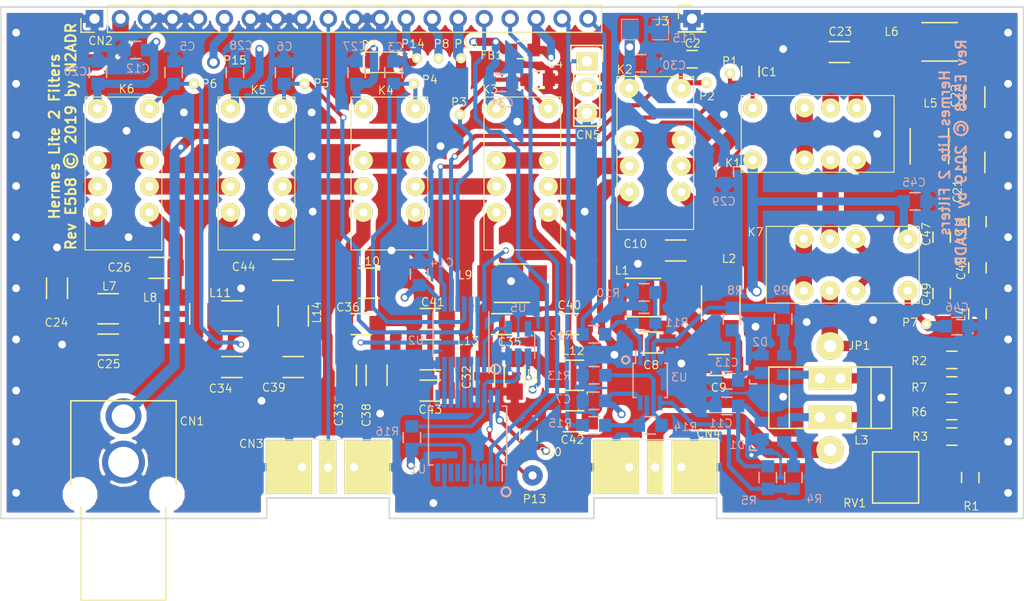
<source format=kicad_pcb>
(kicad_pcb (version 20171130) (host pcbnew 5.0.2-bee76a0~70~ubuntu16.04.1)
  (title_block (title "HL2 Filter Board") (date 2019-02-20) (rev E5b8) (company N2ADR))
  (layers (0 F.Cu signal) (1 In1.Cu signal) (2 In2.Cu signal) (31 B.Cu signal) (34 B.Paste user) (35 F.Paste user) (36 B.SilkS user) (37 F.SilkS user) (38 B.Mask user) (39 F.Mask user) (44 Edge.Cuts user))
  (net 0 "")
  (net 1 GND)
  (net 2 Band1)
  (net 3 Band2)
  (net 4 Band3)
  (net 5 Band4)
  (net 6 Band5)
  (net 7 "Net-(U1-Pad12)")
  (net 8 "Net-(U1-Pad13)")
  (net 9 "Net-(U1-Pad14)")
  (net 10 "Net-(U1-Pad15)")
  (net 11 "Net-(C8-Pad2)")
  (net 12 "Net-(C9-Pad2)")
  (net 13 "Net-(C10-Pad2)")
  (net 14 "Net-(K1-Pad3)")
  (net 15 "Net-(K2-Pad3)")
  (net 16 "Net-(K2-Pad2)")
  (net 17 "Net-(K3-Pad3)")
  (net 18 "Net-(K3-Pad2)")
  (net 19 "Net-(K4-Pad3)")
  (net 20 "Net-(K4-Pad2)")
  (net 21 "Net-(K5-Pad3)")
  (net 22 "Net-(K5-Pad2)")
  (net 23 "Net-(K6-Pad2)")
  (net 24 "Net-(C21-Pad1)")
  (net 25 "Net-(C24-Pad2)")
  (net 26 "Net-(C25-Pad2)")
  (net 27 "Net-(C26-Pad2)")
  (net 28 "Net-(C32-Pad2)")
  (net 29 "Net-(C33-Pad2)")
  (net 30 "Net-(C34-Pad2)")
  (net 31 "Net-(C35-Pad1)")
  (net 32 "Net-(C36-Pad1)")
  (net 33 "Net-(C39-Pad2)")
  (net 34 "Net-(C40-Pad1)")
  (net 35 "Net-(C41-Pad1)")
  (net 36 "Net-(C44-Pad2)")
  (net 37 FilterOut)
  (net 38 Band6)
  (net 39 "Net-(U1-Pad16)")
  (net 40 "Net-(U1-Pad17)")
  (net 41 "Net-(C22-Pad1)")
  (net 42 "Net-(C23-Pad1)")
  (net 43 "Net-(K1-Pad2)")
  (net 44 "Net-(C11-Pad1)")
  (net 45 "Net-(C13-Pad1)")
  (net 46 "Net-(D1-Pad3)")
  (net 47 "Net-(D1-Pad4)")
  (net 48 "Net-(D2-Pad3)")
  (net 49 "Net-(D2-Pad4)")
  (net 50 "Net-(R10-Pad2)")
  (net 51 "Net-(R11-Pad2)")
  (net 52 "Net-(R13-Pad2)")
  (net 53 "Net-(R14-Pad2)")
  (net 54 "Net-(C47-Pad1)")
  (net 55 "Net-(C47-Pad2)")
  (net 56 "Net-(C48-Pad1)")
  (net 57 "Net-(C49-Pad1)")
  (net 58 "Net-(K1-Pad6)")
  (net 59 "Net-(K7-Pad4)")
  (net 60 RFInput)
  (net 61 "Net-(R4-Pad1)")
  (net 62 "Net-(R8-Pad1)")
  (net 63 "Net-(R2-Pad1)")
  (net 64 "Net-(R1-Pad2)")
  (net 65 "Net-(U2-Pad1)")
  (net 66 Band7)
  (net 67 INTTR)
  (net 68 "Net-(P13-Pad1)")
  (net 69 "Net-(RV1-Pad3)")
  (net 70 "Net-(U1-Pad7)")
  (net 71 "Net-(U1-Pad8)")
  (net 72 "Net-(U1-Pad10)")
  (net 73 "Net-(U1-Pad11)")
  (net 74 +3V3)
  (net 75 "Net-(R16-Pad2)")
  (net 76 "Net-(CN1-Pad1)")
  (net 77 "Net-(CN2-Pad6)")
  (net 78 "Net-(CN2-Pad10)")
  (net 79 "Net-(CN2-Pad14)")
  (net 80 "Net-(CN2-Pad16)")
  (net 81 "Net-(CN2-Pad17)")
  (net 82 "Net-(CN2-Pad18)")
  (net 83 "Net-(CN2-Pad19)")
  (net 84 "Net-(CN2-Pad20)")
  (net 85 "Net-(CN4-Pad1)")
  (module Local:via30 (layer F.Cu) (at 138.8 86.25)
    (fp_text reference REF** hide)
    (fp_text value via hide)
    (pad 1 thru_hole circle (at 0 0) (size 1.27 1.27) (drill 0.762) (layers *.Cu) (net 1 GND))
  )
  (module Local:via30 (layer F.Cu) (at 77.3 67.1)
    (fp_text reference REF** hide)
    (fp_text value via hide)
    (pad 1 thru_hole circle (at 0 0) (size 1.27 1.27) (drill 0.762) (layers *.Cu) (net 1 GND))
  )
  (module Local:via30 (layer F.Cu) (at 95.4 65.3)
    (fp_text reference REF** hide)
    (fp_text value via hide)
    (pad 1 thru_hole circle (at 0 0) (size 1.27 1.27) (drill 0.762) (layers *.Cu) (net 1 GND))
  )
  (module Local:via30 (layer F.Cu) (at 95.5 75)
    (fp_text reference REF** hide)
    (fp_text value via hide)
    (pad 1 thru_hole circle (at 0 0) (size 1.27 1.27) (drill 0.762) (layers *.Cu) (net 1 GND))
  )
  (module Local:via30 (layer F.Cu) (at 151.1 93.2)
    (fp_text reference REF** hide)
    (fp_text value via hide)
    (pad 1 thru_hole circle (at 0 0) (size 1.27 1.27) (drill 0.762) (layers *.Cu) (net 1 GND))
  )
  (module Local:via30 (layer F.Cu) (at 150.3 85.6)
    (fp_text reference REF** hide)
    (fp_text value via hide)
    (pad 1 thru_hole circle (at 0 0) (size 1.27 1.27) (drill 0.762) (layers *.Cu) (net 1 GND))
  )
  (module Local:via30 (layer F.Cu) (at 150.7 67.4)
    (fp_text reference REF** hide)
    (fp_text value via hide)
    (pad 1 thru_hole circle (at 0 0) (size 1.27 1.27) (drill 0.762) (layers *.Cu) (net 1 GND))
  )
  (module Local:via30 (layer F.Cu) (at 115.5 66.2)
    (fp_text reference REF** hide)
    (fp_text value via hide)
    (pad 1 thru_hole circle (at 0 0) (size 1.27 1.27) (drill 0.762) (layers *.Cu) (net 1 GND))
  )
  (module Local:via30 (layer F.Cu) (at 122.1 75)
    (fp_text reference REF** hide)
    (fp_text value via hide)
    (pad 1 thru_hole circle (at 0 0) (size 1.27 1.27) (drill 0.762) (layers *.Cu) (net 1 GND))
  )
  (module Local:via30 (layer F.Cu) (at 135.7 65.5)
    (fp_text reference REF** hide)
    (fp_text value via hide)
    (pad 1 thru_hole circle (at 0 0) (size 1.27 1.27) (drill 0.762) (layers *.Cu) (net 1 GND))
  )
  (module Local:via30 (layer F.Cu) (at 141.5 93.1)
    (fp_text reference REF** hide)
    (fp_text value via hide)
    (pad 1 thru_hole circle (at 0 0) (size 1.27 1.27) (drill 0.762) (layers *.Cu) (net 1 GND))
  )
  (module Local:via30 (layer F.Cu) (at 131.55 89.85)
    (fp_text reference REF** hide)
    (fp_text value via hide)
    (pad 1 thru_hole circle (at 0 0) (size 1.27 1.27) (drill 0.762) (layers *.Cu) (net 1 GND))
  )
  (module Local:via30 (layer F.Cu) (at 95.4 69.6)
    (fp_text reference REF** hide)
    (fp_text value via hide)
    (pad 1 thru_hole circle (at 0 0) (size 1.27 1.27) (drill 0.762) (layers *.Cu) (net 1 GND))
  )
  (module Local:via30 (layer F.Cu) (at 114.9 81.8)
    (fp_text reference REF** hide)
    (fp_text value via hide)
    (pad 1 thru_hole circle (at 0 0) (size 1.27 1.27) (drill 0.762) (layers *.Cu) (net 1 GND))
  )
  (module Local:via30 (layer F.Cu) (at 143.8 85.8)
    (fp_text reference REF** hide)
    (fp_text value via hide)
    (pad 1 thru_hole circle (at 0 0) (size 1.27 1.27) (drill 0.762) (layers *.Cu) (net 1 GND))
  )
  (module Local:via30 (layer F.Cu) (at 151 75.6)
    (fp_text reference REF** hide)
    (fp_text value via hide)
    (pad 1 thru_hole circle (at 0 0) (size 1.27 1.27) (drill 0.762) (layers *.Cu) (net 1 GND))
  )
  (module Local:via30 (layer F.Cu) (at 127.3 80.1)
    (fp_text reference REF** hide)
    (fp_text value via hide)
    (pad 1 thru_hole circle (at 0 0) (size 1.27 1.27) (drill 0.762) (layers *.Cu) (net 1 GND))
  )
  (module Local:via30 (layer F.Cu) (at 125 89)
    (fp_text reference REF** hide)
    (fp_text value via hide)
    (pad 1 thru_hole circle (at 0 0) (size 1.27 1.27) (drill 0.762) (layers *.Cu) (net 1 GND))
  )
  (module Local:via30 (layer F.Cu) (at 107.3 103.5)
    (fp_text reference REF** hide)
    (fp_text value via hide)
    (pad 1 thru_hole circle (at 0 0) (size 1.27 1.27) (drill 0.762) (layers *.Cu) (net 1 GND))
  )
  (module Local:via30 (layer F.Cu) (at 103.2 78.8)
    (fp_text reference REF** hide)
    (fp_text value via hide)
    (pad 1 thru_hole circle (at 0 0) (size 1.27 1.27) (drill 0.762) (layers *.Cu) (net 1 GND))
  )
  (module Local:via30 (layer F.Cu) (at 102.1 94.75)
    (fp_text reference REF** hide)
    (fp_text value via hide)
    (pad 1 thru_hole circle (at 0 0) (size 1.27 1.27) (drill 0.762) (layers *.Cu) (net 1 GND))
  )
  (module Local:via30 (layer F.Cu) (at 90.5 93.5)
    (fp_text reference REF** hide)
    (fp_text value via hide)
    (pad 1 thru_hole circle (at 0 0) (size 1.27 1.27) (drill 0.762) (layers *.Cu) (net 1 GND))
  )
  (module Local:via30 (layer F.Cu) (at 88.5 82.5)
    (fp_text reference REF** hide)
    (fp_text value via hide)
    (pad 1 thru_hole circle (at 0 0) (size 1.27 1.27) (drill 0.762) (layers *.Cu) (net 1 GND))
  )
  (module Local:via30 (layer F.Cu) (at 90 77.5)
    (fp_text reference REF** hide)
    (fp_text value via hide)
    (pad 1 thru_hole circle (at 0 0) (size 1.27 1.27) (drill 0.762) (layers *.Cu) (net 1 GND))
  )
  (module Local:via30 (layer F.Cu) (at 77.5 77.5)
    (fp_text reference REF** hide)
    (fp_text value via hide)
    (pad 1 thru_hole circle (at 0 0) (size 1.27 1.27) (drill 0.762) (layers *.Cu) (net 1 GND))
  )
  (module Local:via30 (layer F.Cu) (at 71 88)
    (fp_text reference REF** hide)
    (fp_text value via hide)
    (pad 1 thru_hole circle (at 0 0) (size 1.27 1.27) (drill 0.762) (layers *.Cu) (net 1 GND))
  )
  (module Local:via30 (layer F.Cu) (at 70.5 78.5)
    (fp_text reference REF** hide)
    (fp_text value via hide)
    (pad 1 thru_hole circle (at 0 0) (size 1.27 1.27) (drill 0.762) (layers *.Cu) (net 1 GND))
  )
  (module Local:via30 (layer F.Cu) (at 66.5 102.5)
    (fp_text reference REF** hide)
    (fp_text value via hide)
    (pad 1 thru_hole circle (at 0 0) (size 1.27 1.27) (drill 0.762) (layers *.Cu) (net 1 GND))
  )
  (module Local:via30 (layer F.Cu) (at 66.5 97.5)
    (fp_text reference REF** hide)
    (fp_text value via hide)
    (pad 1 thru_hole circle (at 0 0) (size 1.27 1.27) (drill 0.762) (layers *.Cu) (net 1 GND))
  )
  (module Local:via30 (layer F.Cu) (at 66.5 92.5)
    (fp_text reference REF** hide)
    (fp_text value via hide)
    (pad 1 thru_hole circle (at 0 0) (size 1.27 1.27) (drill 0.762) (layers *.Cu) (net 1 GND))
  )
  (module Local:via30 (layer F.Cu) (at 66.5 87.5)
    (fp_text reference REF** hide)
    (fp_text value via hide)
    (pad 1 thru_hole circle (at 0 0) (size 1.27 1.27) (drill 0.762) (layers *.Cu) (net 1 GND))
  )
  (module Local:via30 (layer F.Cu) (at 66.5 82.5)
    (fp_text reference REF** hide)
    (fp_text value via hide)
    (pad 1 thru_hole circle (at 0 0) (size 1.27 1.27) (drill 0.762) (layers *.Cu) (net 1 GND))
  )
  (module Local:via30 (layer F.Cu) (at 66.5 77.5)
    (fp_text reference REF** hide)
    (fp_text value via hide)
    (pad 1 thru_hole circle (at 0 0) (size 1.27 1.27) (drill 0.762) (layers *.Cu) (net 1 GND))
  )
  (module Local:via30 (layer F.Cu) (at 66.5 72.5)
    (fp_text reference REF** hide)
    (fp_text value via hide)
    (pad 1 thru_hole circle (at 0 0) (size 1.27 1.27) (drill 0.762) (layers *.Cu) (net 1 GND))
  )
  (module Local:via30 (layer F.Cu) (at 66.5 67.5)
    (fp_text reference REF** hide)
    (fp_text value via hide)
    (pad 1 thru_hole circle (at 0 0) (size 1.27 1.27) (drill 0.762) (layers *.Cu) (net 1 GND))
  )
  (module Local:via30 (layer F.Cu) (at 66.5 62.5)
    (fp_text reference REF** hide)
    (fp_text value via hide)
    (pad 1 thru_hole circle (at 0 0) (size 1.27 1.27) (drill 0.762) (layers *.Cu) (net 1 GND))
  )
  (module Local:via30 (layer F.Cu) (at 66.5 57.5)
    (fp_text reference REF** hide)
    (fp_text value via hide)
    (pad 1 thru_hole circle (at 0 0) (size 1.27 1.27) (drill 0.762) (layers *.Cu) (net 1 GND))
  )
  (module Local:via30 (layer F.Cu) (at 163.5 102.5)
    (fp_text reference REF** hide)
    (fp_text value via hide)
    (pad 1 thru_hole circle (at 0 0) (size 1.27 1.27) (drill 0.762) (layers *.Cu) (net 1 GND))
  )
  (module Local:via30 (layer F.Cu) (at 163.5 97.5)
    (fp_text reference REF** hide)
    (fp_text value via hide)
    (pad 1 thru_hole circle (at 0 0) (size 1.27 1.27) (drill 0.762) (layers *.Cu) (net 1 GND))
  )
  (module Local:via30 (layer F.Cu) (at 163.5 92.5)
    (fp_text reference REF** hide)
    (fp_text value via hide)
    (pad 1 thru_hole circle (at 0 0) (size 1.27 1.27) (drill 0.762) (layers *.Cu) (net 1 GND))
  )
  (module Local:via30 (layer F.Cu) (at 163.5 87.5)
    (fp_text reference REF** hide)
    (fp_text value via hide)
    (pad 1 thru_hole circle (at 0 0) (size 1.27 1.27) (drill 0.762) (layers *.Cu) (net 1 GND))
  )
  (module Local:via30 (layer F.Cu) (at 163.5 82.5)
    (fp_text reference REF** hide)
    (fp_text value via hide)
    (pad 1 thru_hole circle (at 0 0) (size 1.27 1.27) (drill 0.762) (layers *.Cu) (net 1 GND))
  )
  (module Local:via30 (layer F.Cu) (at 163.5 77.5)
    (fp_text reference REF** hide)
    (fp_text value via hide)
    (pad 1 thru_hole circle (at 0 0) (size 1.27 1.27) (drill 0.762) (layers *.Cu) (net 1 GND))
  )
  (module Local:via30 (layer F.Cu) (at 163.5 72.5)
    (fp_text reference REF** hide)
    (fp_text value via hide)
    (pad 1 thru_hole circle (at 0 0) (size 1.27 1.27) (drill 0.762) (layers *.Cu) (net 1 GND))
  )
  (module Local:via30 (layer F.Cu) (at 163.5 67.5)
    (fp_text reference REF** hide)
    (fp_text value via hide)
    (pad 1 thru_hole circle (at 0 0) (size 1.27 1.27) (drill 0.762) (layers *.Cu) (net 1 GND))
  )
  (module Local:via30 (layer F.Cu) (at 163.5 62.5)
    (fp_text reference REF** hide)
    (fp_text value via hide)
    (pad 1 thru_hole circle (at 0 0) (size 1.27 1.27) (drill 0.762) (layers *.Cu) (net 1 GND))
  )
  (module Local:via30 (layer F.Cu) (at 163.5 57.5)
    (fp_text reference REF** hide)
    (fp_text value via hide)
    (pad 1 thru_hole circle (at 0 0) (size 1.27 1.27) (drill 0.762) (layers *.Cu) (net 1 GND))
  )
  (module Local:via30 (layer F.Cu) (at 141.5 59.1)
    (fp_text reference REF** hide)
    (fp_text value via hide)
    (pad 1 thru_hole circle (at 0 0) (size 1.27 1.27) (drill 0.762) (layers *.Cu) (net 1 GND))
  )
  (module Local:via30 (layer F.Cu) (at 108 68.6)
    (fp_text reference REF** hide)
    (fp_text value via hide)
    (pad 1 thru_hole circle (at 0 0) (size 1.27 1.27) (drill 0.762) (layers *.Cu) (net 1 GND))
  )
  (module Local:RelayDPDT01 (layer F.Cu) (at 116 70 270)
    (fp_text reference K3 (at -6.95 3.15) (layer F.SilkS) (effects (font (size 0.8 0.8) (thickness 0.1))))
    (fp_text value EC2-3NU)
    (pad 8 thru_hole circle (at -5.08 -2.54 270) (size 1.85 1.85) (drill 0.8) (layers *.Cu *.Mask F.SilkS) (net 4 Band3))
    (pad 7 thru_hole circle (at 0 -2.54 270) (size 1.85 1.85) (drill 0.8) (layers *.Cu *.Mask F.SilkS) (net 18 "Net-(K3-Pad2)"))
    (pad 6 thru_hole circle (at 2.54 -2.54 270) (size 1.85 1.85) (drill 0.8) (layers *.Cu *.Mask F.SilkS) (net 15 "Net-(K2-Pad3)"))
    (pad 5 thru_hole circle (at 5.08 -2.54 270) (size 1.85 1.85) (drill 0.8) (layers *.Cu *.Mask F.SilkS) (net 34 "Net-(C40-Pad1)"))
    (pad 4 thru_hole circle (at 5.08 2.54 270) (size 1.85 1.85) (drill 0.8) (layers *.Cu *.Mask F.SilkS) (net 28 "Net-(C32-Pad2)"))
    (pad 3 thru_hole circle (at 2.54 2.54 270) (size 1.85 1.85) (drill 0.8) (layers *.Cu *.Mask F.SilkS) (net 17 "Net-(K3-Pad3)"))
    (pad 2 thru_hole circle (at 0 2.54 270) (size 1.85 1.85) (drill 0.8) (layers *.Cu *.Mask F.SilkS) (net 18 "Net-(K3-Pad2)"))
    (pad 1 thru_hole circle (at -5.08 2.54 270) (size 1.85 1.85) (drill 0.8) (layers *.Cu *.Mask F.SilkS) (net 74 +3V3))
  )
  (module Local:RelayDPDT01 (layer F.Cu) (at 103 70 270)
    (fp_text reference K4 (at -6.85 0.35) (layer F.SilkS) (effects (font (size 0.8 0.8) (thickness 0.1))))
    (fp_text value EC2-3NU)
    (pad 8 thru_hole circle (at -5.08 -2.54 270) (size 1.85 1.85) (drill 0.8) (layers *.Cu *.Mask F.SilkS) (net 5 Band4))
    (pad 7 thru_hole circle (at 0 -2.54 270) (size 1.85 1.85) (drill 0.8) (layers *.Cu *.Mask F.SilkS) (net 20 "Net-(K4-Pad2)"))
    (pad 6 thru_hole circle (at 2.54 -2.54 270) (size 1.85 1.85) (drill 0.8) (layers *.Cu *.Mask F.SilkS) (net 17 "Net-(K3-Pad3)"))
    (pad 5 thru_hole circle (at 5.08 -2.54 270) (size 1.85 1.85) (drill 0.8) (layers *.Cu *.Mask F.SilkS) (net 35 "Net-(C41-Pad1)"))
    (pad 4 thru_hole circle (at 5.08 2.54 270) (size 1.85 1.85) (drill 0.8) (layers *.Cu *.Mask F.SilkS) (net 29 "Net-(C33-Pad2)"))
    (pad 3 thru_hole circle (at 2.54 2.54 270) (size 1.85 1.85) (drill 0.8) (layers *.Cu *.Mask F.SilkS) (net 19 "Net-(K4-Pad3)"))
    (pad 2 thru_hole circle (at 0 2.54 270) (size 1.85 1.85) (drill 0.8) (layers *.Cu *.Mask F.SilkS) (net 20 "Net-(K4-Pad2)"))
    (pad 1 thru_hole circle (at -5.08 2.54 270) (size 1.85 1.85) (drill 0.8) (layers *.Cu *.Mask F.SilkS) (net 74 +3V3))
  )
  (module Local:SMD_1812 (layer F.Cu) (at 135.4 84 90)
    (fp_text reference L2 (at 4.4 0.8 180) (layer F.SilkS) (effects (font (size 0.8 0.8) (thickness 0.1))))
    (fp_text value 1.8u)
    (pad 1 smd rect (at -2.5 0 90) (size 1.8 3.5) (layers F.Cu F.Paste F.Mask) (net 12 "Net-(C9-Pad2)"))
    (pad 2 smd rect (at 2.5 0 90) (size 1.8 3.5) (layers F.Cu F.Paste F.Mask) (net 13 "Net-(C10-Pad2)"))
  )
  (module Local:SMD_0805 (layer F.Cu) (at 138.3 61.3 270)
    (fp_text reference C1 (at 0.05 -1.8 180) (layer F.SilkS) (effects (font (size 0.8 0.8) (thickness 0.1))))
    (fp_text value 100n)
    (pad 1 smd rect (at -1.1 0 270) (size 1.2 1.25) (layers F.Cu F.Paste F.Mask) (net 1 GND))
    (pad 2 smd rect (at 1.1 0 270) (size 1.2 1.25) (layers F.Cu F.Paste F.Mask) (net 2 Band1))
  )
  (module Local:SMD_0805 (layer F.Cu) (at 132.6 60.1 180)
    (fp_text reference C2 (at -0.05 1.55) (layer F.SilkS) (effects (font (size 0.8 0.8) (thickness 0.1))))
    (fp_text value 100n)
    (pad 1 smd rect (at -1.1 0 180) (size 1.2 1.25) (layers F.Cu F.Paste F.Mask) (net 1 GND))
    (pad 2 smd rect (at 1.1 0 180) (size 1.2 1.25) (layers F.Cu F.Paste F.Mask) (net 3 Band2))
  )
  (module Local:SMD_0805 (layer B.Cu) (at 103.4 61.4 270)
    (fp_text reference C3 (at -2.5 -0.2) (layer B.SilkS) (effects (font (size 0.8 0.8) (thickness 0.1)) (justify mirror)))
    (fp_text value 100n)
    (pad 1 smd rect (at -1.1 0 270) (size 1.2 1.25) (layers B.Cu B.Paste B.Mask) (net 1 GND))
    (pad 2 smd rect (at 1.1 0 270) (size 1.2 1.25) (layers B.Cu B.Paste B.Mask) (net 5 Band4))
  )
  (module Local:SMD_0805 (layer F.Cu) (at 117.5 62.1 180)
    (fp_text reference C4 (at -1.7 1.55 180) (layer F.SilkS) (effects (font (size 0.8 0.8) (thickness 0.1))))
    (fp_text value 100n)
    (pad 1 smd rect (at -1.1 0 180) (size 1.2 1.25) (layers F.Cu F.Paste F.Mask) (net 1 GND))
    (pad 2 smd rect (at 1.1 0 180) (size 1.2 1.25) (layers F.Cu F.Paste F.Mask) (net 4 Band3))
  )
  (module Local:SMD_0805 (layer B.Cu) (at 81.9 61.4 270)
    (fp_text reference C5 (at -2.55 -1.35 180) (layer B.SilkS) (effects (font (size 0.8 0.8) (thickness 0.1)) (justify mirror)))
    (fp_text value 100n)
    (pad 1 smd rect (at -1.1 0 270) (size 1.2 1.25) (layers B.Cu B.Paste B.Mask) (net 1 GND))
    (pad 2 smd rect (at 1.1 0 270) (size 1.2 1.25) (layers B.Cu B.Paste B.Mask) (net 38 Band6))
  )
  (module Local:SMD_0805 (layer B.Cu) (at 92.7 61.4 270)
    (fp_text reference C6 (at -2.55 -0.05) (layer B.SilkS) (effects (font (size 0.8 0.8) (thickness 0.1)) (justify mirror)))
    (fp_text value 100n)
    (pad 1 smd rect (at -1.1 0 270) (size 1.2 1.25) (layers B.Cu B.Paste B.Mask) (net 1 GND))
    (pad 2 smd rect (at 1.1 0 270) (size 1.2 1.25) (layers B.Cu B.Paste B.Mask) (net 6 Band5))
  )
  (module Local:SMD_1206 (layer F.Cu) (at 128.6 87.8 180)
    (fp_text reference C8 (at 0 -2.2 180) (layer F.SilkS) (effects (font (size 0.8 0.8) (thickness 0.1))))
    (fp_text value 1000p)
    (pad 1 smd rect (at -1.6 0 180) (size 1.6 1.6) (layers F.Cu F.Paste F.Mask) (net 1 GND))
    (pad 2 smd rect (at 1.6 0 180) (size 1.6 1.6) (layers F.Cu F.Paste F.Mask) (net 11 "Net-(C8-Pad2)"))
  )
  (module Local:SMD_1206 (layer F.Cu) (at 135.2 90)
    (fp_text reference C9 (at 0 2.2) (layer F.SilkS) (effects (font (size 0.8 0.8) (thickness 0.1))))
    (fp_text value 1800p)
    (pad 1 smd rect (at -1.6 0) (size 1.6 1.6) (layers F.Cu F.Paste F.Mask) (net 1 GND))
    (pad 2 smd rect (at 1.6 0) (size 1.6 1.6) (layers F.Cu F.Paste F.Mask) (net 12 "Net-(C9-Pad2)"))
  )
  (module Local:SMD_1206 (layer F.Cu) (at 131 78.8)
    (fp_text reference C10 (at -3.95 -0.65) (layer F.SilkS) (effects (font (size 0.8 0.8) (thickness 0.1))))
    (fp_text value 1000p)
    (pad 1 smd rect (at -1.6 0) (size 1.6 1.6) (layers F.Cu F.Paste F.Mask) (net 1 GND))
    (pad 2 smd rect (at 1.6 0) (size 1.6 1.6) (layers F.Cu F.Paste F.Mask) (net 13 "Net-(C10-Pad2)"))
  )
  (module Local:SMD_0805 (layer B.Cu) (at 136 94 180)
    (fp_text reference C11 (at 0.6 -1.7 180) (layer B.SilkS) (effects (font (size 0.8 0.8) (thickness 0.1)) (justify mirror)))
    (fp_text value 100n)
    (pad 1 smd rect (at -1.1 0 180) (size 1.2 1.25) (layers B.Cu B.Paste B.Mask) (net 44 "Net-(C11-Pad1)"))
    (pad 2 smd rect (at 1.1 0 180) (size 1.2 1.25) (layers B.Cu B.Paste B.Mask) (net 1 GND))
  )
  (module Local:SMD_0805 (layer B.Cu) (at 136 91.5 180)
    (fp_text reference C13 (at 0 1.75 180) (layer B.SilkS) (effects (font (size 0.8 0.8) (thickness 0.1)) (justify mirror)))
    (fp_text value 100n)
    (pad 1 smd rect (at -1.1 0 180) (size 1.2 1.25) (layers B.Cu B.Paste B.Mask) (net 45 "Net-(C13-Pad1)"))
    (pad 2 smd rect (at 1.1 0 180) (size 1.2 1.25) (layers B.Cu B.Paste B.Mask) (net 1 GND))
  )
  (module Local:SMD_0805 (layer B.Cu) (at 105.9 81.1 270)
    (fp_text reference C14 (at -1.1 -2.25) (layer B.SilkS) (effects (font (size 0.8 0.8) (thickness 0.1)) (justify mirror)))
    (fp_text value 100n)
    (pad 1 smd rect (at -1.1 0 270) (size 1.2 1.25) (layers B.Cu B.Paste B.Mask) (net 1 GND))
    (pad 2 smd rect (at 1.1 0 270) (size 1.2 1.25) (layers B.Cu B.Paste B.Mask) (net 74 +3V3))
  )
  (module Wire_Connections_Bridges:WireConnection_1.20mmDrill (layer F.Cu) (at 146.1 98.3 90)
    (fp_text reference JP1 (at 10.2 2.85 180) (layer F.SilkS) (effects (font (size 0.8 0.8) (thickness 0.1))))
    (fp_text value 1T)
    (pad 1 thru_hole circle (at 0 0 90) (size 2.70002 2.70002) (drill 1.19888) (layers *.Cu *.Mask F.SilkS) (net 85 "Net-(CN4-Pad1)"))
    (pad 2 thru_hole circle (at 10.16 0 90) (size 2.70002 2.70002) (drill 1.19888) (layers *.Cu *.Mask F.SilkS) (net 37 FilterOut))
  )
  (module Local:ToroidT37 (layer F.Cu) (at 146.1 93.2 180)
    (fp_text reference L3 (at -3.05 -4.15 180) (layer F.SilkS) (effects (font (size 0.8 0.8) (thickness 0.1))))
    (fp_text value 10T)
    (pad 1 thru_hole rect (at 1 -1.9 180) (size 2.2 2.2) (drill 1) (layers *.Cu *.Mask F.SilkS) (net 46 "Net-(D1-Pad3)"))
    (pad 2 thru_hole rect (at -1 1.9 180) (size 2.2 2.2) (drill 1) (layers *.Cu *.Mask F.SilkS) (net 49 "Net-(D2-Pad4)"))
    (pad 1 thru_hole rect (at -1 -1.9 180) (size 2.2 2.2) (drill 1) (layers *.Cu *.Mask F.SilkS) (net 46 "Net-(D1-Pad3)"))
    (pad 2 thru_hole rect (at 1 1.9 180) (size 2.2 2.2) (drill 1) (layers *.Cu *.Mask F.SilkS) (net 49 "Net-(D2-Pad4)"))
  )
  (module Local:WirePad_0.5mm (layer F.Cu) (at 109.9 65.5)
    (fp_text reference P3 (at -0.1 -1.2) (layer F.SilkS) (effects (font (size 0.8 0.8) (thickness 0.1))))
    (fp_text value TST)
    (pad 1 thru_hole circle (at 0 0) (size 1 1) (drill 0.5) (layers *.Cu *.Mask F.SilkS) (net 4 Band3))
  )
  (module Local:WirePad_0.5mm (layer F.Cu) (at 83.9 62.5)
    (fp_text reference P6 (at 1.5 0 180) (layer F.SilkS) (effects (font (size 0.8 0.8) (thickness 0.1))))
    (fp_text value TST)
    (pad 1 thru_hole circle (at 0 0) (size 1 1) (drill 0.5) (layers *.Cu *.Mask F.SilkS) (net 38 Band6))
  )
  (module Local:SMD_0805 (layer F.Cu) (at 158 89.5 180)
    (fp_text reference R2 (at 3.2 -0.1 180) (layer F.SilkS) (effects (font (size 0.8 0.8) (thickness 0.1))))
    (fp_text value "2K2 1%")
    (pad 1 smd rect (at -1.1 0 180) (size 1.2 1.25) (layers F.Cu F.Paste F.Mask) (net 63 "Net-(R2-Pad1)"))
    (pad 2 smd rect (at 1.1 0 180) (size 1.2 1.25) (layers F.Cu F.Paste F.Mask) (net 37 FilterOut))
  )
  (module Local:SMD_0805 (layer F.Cu) (at 158 97)
    (fp_text reference R3 (at -3.1 0 180) (layer F.SilkS) (effects (font (size 0.8 0.8) (thickness 0.1))))
    (fp_text value "56 1%")
    (pad 1 smd rect (at -1.1 0) (size 1.2 1.25) (layers F.Cu F.Paste F.Mask) (net 64 "Net-(R1-Pad2)"))
    (pad 2 smd rect (at 1.1 0) (size 1.2 1.25) (layers F.Cu F.Paste F.Mask) (net 63 "Net-(R2-Pad1)"))
  )
  (module Local:SMD_0805 (layer B.Cu) (at 140 101 90)
    (fp_text reference R5 (at -2.25 -1.85) (layer B.SilkS) (effects (font (size 0.8 0.8) (thickness 0.1)) (justify mirror)))
    (fp_text value 4K7)
    (pad 1 smd rect (at -1.1 0 90) (size 1.2 1.25) (layers B.Cu B.Paste B.Mask) (net 61 "Net-(R4-Pad1)"))
    (pad 2 smd rect (at 1.1 0 90) (size 1.2 1.25) (layers B.Cu B.Paste B.Mask) (net 44 "Net-(C11-Pad1)"))
  )
  (module Local:SMD_0805 (layer F.Cu) (at 158 94.5 180)
    (fp_text reference R6 (at 3.2 -0.1 180) (layer F.SilkS) (effects (font (size 0.8 0.8) (thickness 0.1))))
    (fp_text value "18 1%")
    (pad 1 smd rect (at -1.1 0 180) (size 1.2 1.25) (layers F.Cu F.Paste F.Mask) (net 63 "Net-(R2-Pad1)"))
    (pad 2 smd rect (at 1.1 0 180) (size 1.2 1.25) (layers F.Cu F.Paste F.Mask) (net 46 "Net-(D1-Pad3)"))
  )
  (module Local:SMD_0805 (layer F.Cu) (at 158 92)
    (fp_text reference R7 (at -3.2 0.2) (layer F.SilkS) (effects (font (size 0.8 0.8) (thickness 0.1))))
    (fp_text value "18 1%")
    (pad 1 smd rect (at -1.1 0) (size 1.2 1.25) (layers F.Cu F.Paste F.Mask) (net 49 "Net-(D2-Pad4)"))
    (pad 2 smd rect (at 1.1 0) (size 1.2 1.25) (layers F.Cu F.Paste F.Mask) (net 63 "Net-(R2-Pad1)"))
  )
  (module Local:SMD_0805 (layer B.Cu) (at 136.5 85.5 270)
    (fp_text reference R8 (at -2.8 -0.3) (layer B.SilkS) (effects (font (size 0.8 0.8) (thickness 0.1)) (justify mirror)))
    (fp_text value 4K7)
    (pad 1 smd rect (at -1.1 0 270) (size 1.2 1.25) (layers B.Cu B.Paste B.Mask) (net 62 "Net-(R8-Pad1)"))
    (pad 2 smd rect (at 1.1 0 270) (size 1.2 1.25) (layers B.Cu B.Paste B.Mask) (net 45 "Net-(C13-Pad1)"))
  )
  (module Local:SMD_1206 (layer F.Cu) (at 160.2 70.2 90)
    (fp_text reference C21 (at -2.8 -1.65 270) (layer F.SilkS) (effects (font (size 0.8 0.8) (thickness 0.1))))
    (fp_text value 1800p)
    (pad 1 smd rect (at -1.6 0 90) (size 1.6 1.6) (layers F.Cu F.Paste F.Mask) (net 24 "Net-(C21-Pad1)"))
    (pad 2 smd rect (at 1.6 0 90) (size 1.6 1.6) (layers F.Cu F.Paste F.Mask) (net 1 GND))
  )
  (module Local:SMD_1206 (layer F.Cu) (at 160.2 63.8 270)
    (fp_text reference C22 (at -0.1 1.85 90) (layer F.SilkS) (effects (font (size 0.8 0.8) (thickness 0.1))))
    (fp_text value 3300p)
    (pad 1 smd rect (at -1.6 0 270) (size 1.6 1.6) (layers F.Cu F.Paste F.Mask) (net 41 "Net-(C22-Pad1)"))
    (pad 2 smd rect (at 1.6 0 270) (size 1.6 1.6) (layers F.Cu F.Paste F.Mask) (net 1 GND))
  )
  (module Local:SMD_1206 (layer F.Cu) (at 147 59.4 180)
    (fp_text reference C23 (at -0.1 2 180) (layer F.SilkS) (effects (font (size 0.8 0.8) (thickness 0.1))))
    (fp_text value 1800p)
    (pad 1 smd rect (at -1.6 0 180) (size 1.6 1.6) (layers F.Cu F.Paste F.Mask) (net 42 "Net-(C23-Pad1)"))
    (pad 2 smd rect (at 1.6 0 180) (size 1.6 1.6) (layers F.Cu F.Paste F.Mask) (net 1 GND))
  )
  (module Local:SMD_1206 (layer F.Cu) (at 70.5 82.5 270)
    (fp_text reference C24 (at 3.35 0.05) (layer F.SilkS) (effects (font (size 0.8 0.8) (thickness 0.1))))
    (fp_text value 150p)
    (pad 1 smd rect (at -1.6 0 270) (size 1.6 1.6) (layers F.Cu F.Paste F.Mask) (net 1 GND))
    (pad 2 smd rect (at 1.6 0 270) (size 1.6 1.6) (layers F.Cu F.Paste F.Mask) (net 25 "Net-(C24-Pad2)"))
  )
  (module Local:SMD_1206 (layer F.Cu) (at 75.5 88)
    (fp_text reference C25 (at 0.05 1.9 180) (layer F.SilkS) (effects (font (size 0.8 0.8) (thickness 0.1))))
    (fp_text value 330p)
    (pad 1 smd rect (at -1.6 0) (size 1.6 1.6) (layers F.Cu F.Paste F.Mask) (net 1 GND))
    (pad 2 smd rect (at 1.6 0) (size 1.6 1.6) (layers F.Cu F.Paste F.Mask) (net 26 "Net-(C25-Pad2)"))
  )
  (module Local:SMD_1206 (layer F.Cu) (at 80.5 80.5)
    (fp_text reference C26 (at -3.9 -0.05 180) (layer F.SilkS) (effects (font (size 0.8 0.8) (thickness 0.1))))
    (fp_text value 150p)
    (pad 1 smd rect (at -1.6 0) (size 1.6 1.6) (layers F.Cu F.Paste F.Mask) (net 1 GND))
    (pad 2 smd rect (at 1.6 0) (size 1.6 1.6) (layers F.Cu F.Paste F.Mask) (net 27 "Net-(C26-Pad2)"))
  )
  (module Local:SMD_1210 (layer F.Cu) (at 75.5 84.5)
    (fp_text reference L7 (at 0.1 -2.2) (layer F.SilkS) (effects (font (size 0.8 0.8) (thickness 0.1))))
    (fp_text value 220n)
    (pad 1 smd rect (at -1.6 0) (size 1.6 2.5) (layers F.Cu F.Paste F.Mask) (net 25 "Net-(C24-Pad2)"))
    (pad 2 smd rect (at 1.6 0) (size 1.6 2.5) (layers F.Cu F.Paste F.Mask) (net 26 "Net-(C25-Pad2)"))
  )
  (module Local:SMD_1210 (layer F.Cu) (at 82 85 90)
    (fp_text reference L8 (at 1.6 -2.4) (layer F.SilkS) (effects (font (size 0.8 0.8) (thickness 0.1))))
    (fp_text value 220n)
    (pad 1 smd rect (at -1.6 0 90) (size 1.6 2.5) (layers F.Cu F.Paste F.Mask) (net 26 "Net-(C25-Pad2)"))
    (pad 2 smd rect (at 1.6 0 90) (size 1.6 2.5) (layers F.Cu F.Paste F.Mask) (net 27 "Net-(C26-Pad2)"))
  )
  (module Local:SMD_0805 (layer B.Cu) (at 99.8 61.4 270)
    (fp_text reference C27 (at -2.55 0.2 180) (layer B.SilkS) (effects (font (size 0.8 0.8) (thickness 0.1)) (justify mirror)))
    (fp_text value 100n)
    (pad 1 smd rect (at -1.1 0 270) (size 1.2 1.25) (layers B.Cu B.Paste B.Mask) (net 1 GND))
    (pad 2 smd rect (at 1.1 0 270) (size 1.2 1.25) (layers B.Cu B.Paste B.Mask) (net 74 +3V3))
  )
  (module Local:SMD_0805 (layer B.Cu) (at 87.9 61.4 270)
    (fp_text reference C28 (at -2.65 -0.6 180) (layer B.SilkS) (effects (font (size 0.8 0.8) (thickness 0.1)) (justify mirror)))
    (fp_text value 100n)
    (pad 1 smd rect (at -1.1 0 270) (size 1.2 1.25) (layers B.Cu B.Paste B.Mask) (net 1 GND))
    (pad 2 smd rect (at 1.1 0 270) (size 1.2 1.25) (layers B.Cu B.Paste B.Mask) (net 74 +3V3))
  )
  (module Local:SMD_0805 (layer B.Cu) (at 135.8 71.1 90)
    (fp_text reference C29 (at -2.9 -0.1) (layer B.SilkS) (effects (font (size 0.8 0.8) (thickness 0.1)) (justify mirror)))
    (fp_text value 100n)
    (pad 1 smd rect (at -1.1 0 90) (size 1.2 1.25) (layers B.Cu B.Paste B.Mask) (net 1 GND))
    (pad 2 smd rect (at 1.1 0 90) (size 1.2 1.25) (layers B.Cu B.Paste B.Mask) (net 74 +3V3))
  )
  (module Local:SMD_0805 (layer B.Cu) (at 127.6 60.5 180)
    (fp_text reference C30 (at -3.25 -0.2) (layer B.SilkS) (effects (font (size 0.8 0.8) (thickness 0.1)) (justify mirror)))
    (fp_text value 100n)
    (pad 1 smd rect (at -1.1 0 180) (size 1.2 1.25) (layers B.Cu B.Paste B.Mask) (net 1 GND))
    (pad 2 smd rect (at 1.1 0 180) (size 1.2 1.25) (layers B.Cu B.Paste B.Mask) (net 74 +3V3))
  )
  (module Local:SMD_0805 (layer B.Cu) (at 113.9 62.4 180)
    (fp_text reference C31 (at -0.1 -2) (layer B.SilkS) (effects (font (size 0.8 0.8) (thickness 0.1)) (justify mirror)))
    (fp_text value 100n)
    (pad 1 smd rect (at -1.1 0 180) (size 1.2 1.25) (layers B.Cu B.Paste B.Mask) (net 1 GND))
    (pad 2 smd rect (at 1.1 0 180) (size 1.2 1.25) (layers B.Cu B.Paste B.Mask) (net 74 +3V3))
  )
  (module Local:SMD_1206 (layer F.Cu) (at 112.25 91 90)
    (fp_text reference C32 (at -0.2 -1.7 270) (layer F.SilkS) (effects (font (size 0.8 0.8) (thickness 0.1))))
    (fp_text value 270p)
    (pad 1 smd rect (at -1.6 0 90) (size 1.6 1.6) (layers F.Cu F.Paste F.Mask) (net 1 GND))
    (pad 2 smd rect (at 1.6 0 90) (size 1.6 1.6) (layers F.Cu F.Paste F.Mask) (net 28 "Net-(C32-Pad2)"))
  )
  (module Local:SMD_1206 (layer F.Cu) (at 98.75 91 90)
    (fp_text reference C33 (at -3.85 -0.7 270) (layer F.SilkS) (effects (font (size 0.8 0.8) (thickness 0.1))))
    (fp_text value 150p)
    (pad 1 smd rect (at -1.6 0 90) (size 1.6 1.6) (layers F.Cu F.Paste F.Mask) (net 1 GND))
    (pad 2 smd rect (at 1.6 0 90) (size 1.6 1.6) (layers F.Cu F.Paste F.Mask) (net 29 "Net-(C33-Pad2)"))
  )
  (module Local:SMD_1206 (layer F.Cu) (at 87.6 90.2 180)
    (fp_text reference C34 (at 1.1 -2.1 180) (layer F.SilkS) (effects (font (size 0.8 0.8) (thickness 0.1))))
    (fp_text value 180p)
    (pad 1 smd rect (at -1.6 0 180) (size 1.6 1.6) (layers F.Cu F.Paste F.Mask) (net 1 GND))
    (pad 2 smd rect (at 1.6 0 180) (size 1.6 1.6) (layers F.Cu F.Paste F.Mask) (net 30 "Net-(C34-Pad2)"))
  )
  (module Local:SMD_1206 (layer F.Cu) (at 114 86 180)
    (fp_text reference C35 (at -0.75 -1.75 180) (layer F.SilkS) (effects (font (size 0.8 0.8) (thickness 0.1))))
    (fp_text value 100p)
    (pad 1 smd rect (at -1.6 0 180) (size 1.6 1.6) (layers F.Cu F.Paste F.Mask) (net 31 "Net-(C35-Pad1)"))
    (pad 2 smd rect (at 1.6 0 180) (size 1.6 1.6) (layers F.Cu F.Paste F.Mask) (net 28 "Net-(C32-Pad2)"))
  )
  (module Local:SMD_1206 (layer F.Cu) (at 100.25 86 180)
    (fp_text reference C36 (at 1.3 1.65 180) (layer F.SilkS) (effects (font (size 0.8 0.8) (thickness 0.1))))
    (fp_text value 39p)
    (pad 1 smd rect (at -1.6 0 180) (size 1.6 1.6) (layers F.Cu F.Paste F.Mask) (net 32 "Net-(C36-Pad1)"))
    (pad 2 smd rect (at 1.6 0 180) (size 1.6 1.6) (layers F.Cu F.Paste F.Mask) (net 29 "Net-(C33-Pad2)"))
  )
  (module Local:SMD_1206 (layer F.Cu) (at 115.25 91 90)
    (fp_text reference C37 (at -0.5 1.8 270) (layer F.SilkS) (effects (font (size 0.8 0.8) (thickness 0.1))))
    (fp_text value 560p)
    (pad 1 smd rect (at -1.6 0 90) (size 1.6 1.6) (layers F.Cu F.Paste F.Mask) (net 1 GND))
    (pad 2 smd rect (at 1.6 0 90) (size 1.6 1.6) (layers F.Cu F.Paste F.Mask) (net 31 "Net-(C35-Pad1)"))
  )
  (module Local:SMD_1206 (layer F.Cu) (at 101.75 91 90)
    (fp_text reference C38 (at -3.9 -1 270) (layer F.SilkS) (effects (font (size 0.8 0.8) (thickness 0.1))))
    (fp_text value 270p)
    (pad 1 smd rect (at -1.6 0 90) (size 1.6 1.6) (layers F.Cu F.Paste F.Mask) (net 1 GND))
    (pad 2 smd rect (at 1.6 0 90) (size 1.6 1.6) (layers F.Cu F.Paste F.Mask) (net 32 "Net-(C36-Pad1)"))
  )
  (module Local:SMD_1206 (layer F.Cu) (at 93.6 90.2)
    (fp_text reference C39 (at -1.9 2) (layer F.SilkS) (effects (font (size 0.8 0.8) (thickness 0.1))))
    (fp_text value 330p)
    (pad 1 smd rect (at -1.6 0) (size 1.6 1.6) (layers F.Cu F.Paste F.Mask) (net 1 GND))
    (pad 2 smd rect (at 1.6 0) (size 1.6 1.6) (layers F.Cu F.Paste F.Mask) (net 33 "Net-(C39-Pad2)"))
  )
  (module Local:SMD_1206 (layer F.Cu) (at 120.5 86 180)
    (fp_text reference C40 (at -0.1 1.85 180) (layer F.SilkS) (effects (font (size 0.8 0.8) (thickness 0.1))))
    (fp_text value 270p)
    (pad 1 smd rect (at -1.6 0 180) (size 1.6 1.6) (layers F.Cu F.Paste F.Mask) (net 34 "Net-(C40-Pad1)"))
    (pad 2 smd rect (at 1.6 0 180) (size 1.6 1.6) (layers F.Cu F.Paste F.Mask) (net 31 "Net-(C35-Pad1)"))
  )
  (module Local:SMD_1206 (layer F.Cu) (at 107 85.5 180)
    (fp_text reference C41 (at -0.25 1.65 180) (layer F.SilkS) (effects (font (size 0.8 0.8) (thickness 0.1))))
    (fp_text value 220p)
    (pad 1 smd rect (at -1.6 0 180) (size 1.6 1.6) (layers F.Cu F.Paste F.Mask) (net 35 "Net-(C41-Pad1)"))
    (pad 2 smd rect (at 1.6 0 180) (size 1.6 1.6) (layers F.Cu F.Paste F.Mask) (net 32 "Net-(C36-Pad1)"))
  )
  (module Local:SMD_1206 (layer F.Cu) (at 121 95.5)
    (fp_text reference C42 (at -0.1 1.8) (layer F.SilkS) (effects (font (size 0.8 0.8) (thickness 0.1))))
    (fp_text value 220p)
    (pad 1 smd rect (at -1.6 0) (size 1.6 1.6) (layers F.Cu F.Paste F.Mask) (net 1 GND))
    (pad 2 smd rect (at 1.6 0) (size 1.6 1.6) (layers F.Cu F.Paste F.Mask) (net 34 "Net-(C40-Pad1)"))
  )
  (module Local:SMD_1206 (layer F.Cu) (at 107 92.5)
    (fp_text reference C43 (at 0 1.85) (layer F.SilkS) (effects (font (size 0.8 0.8) (thickness 0.1))))
    (fp_text value 68p)
    (pad 1 smd rect (at -1.6 0) (size 1.6 1.6) (layers F.Cu F.Paste F.Mask) (net 1 GND))
    (pad 2 smd rect (at 1.6 0) (size 1.6 1.6) (layers F.Cu F.Paste F.Mask) (net 35 "Net-(C41-Pad1)"))
  )
  (module Local:SMD_1206 (layer F.Cu) (at 92.6 80.7)
    (fp_text reference C44 (at -3.85 -0.3) (layer F.SilkS) (effects (font (size 0.8 0.8) (thickness 0.1))))
    (fp_text value 180p)
    (pad 1 smd rect (at -1.6 0) (size 1.6 1.6) (layers F.Cu F.Paste F.Mask) (net 1 GND))
    (pad 2 smd rect (at 1.6 0) (size 1.6 1.6) (layers F.Cu F.Paste F.Mask) (net 36 "Net-(C44-Pad2)"))
  )
  (module Local:SMD_1210 (layer F.Cu) (at 101 82)
    (fp_text reference L10 (at 0 -2.15) (layer F.SilkS) (effects (font (size 0.8 0.8) (thickness 0.1))))
    (fp_text value 560n)
    (pad 1 smd rect (at -1.6 0) (size 1.6 2.5) (layers F.Cu F.Paste F.Mask) (net 29 "Net-(C33-Pad2)"))
    (pad 2 smd rect (at 1.6 0) (size 1.6 2.5) (layers F.Cu F.Paste F.Mask) (net 32 "Net-(C36-Pad1)"))
  )
  (module Local:SMD_1210 (layer F.Cu) (at 87.6 85.2)
    (fp_text reference L11 (at -1.15 -2.25 180) (layer F.SilkS) (effects (font (size 0.8 0.8) (thickness 0.1))))
    (fp_text value 390n)
    (pad 1 smd rect (at -1.6 0) (size 1.6 2.5) (layers F.Cu F.Paste F.Mask) (net 30 "Net-(C34-Pad2)"))
    (pad 2 smd rect (at 1.6 0) (size 1.6 2.5) (layers F.Cu F.Paste F.Mask) (net 33 "Net-(C39-Pad2)"))
  )
  (module Local:SMD_1210 (layer F.Cu) (at 107 89)
    (fp_text reference L13 (at 3.7 -1.35 180) (layer F.SilkS) (effects (font (size 0.8 0.8) (thickness 0.1))))
    (fp_text value 270n)
    (pad 1 smd rect (at -1.6 0) (size 1.6 2.5) (layers F.Cu F.Paste F.Mask) (net 32 "Net-(C36-Pad1)"))
    (pad 2 smd rect (at 1.6 0) (size 1.6 2.5) (layers F.Cu F.Paste F.Mask) (net 35 "Net-(C41-Pad1)"))
  )
  (module Local:SMD_1210 (layer F.Cu) (at 93.6 85.2 90)
    (fp_text reference L14 (at 0.35 2.3 90) (layer F.SilkS) (effects (font (size 0.8 0.8) (thickness 0.1))))
    (fp_text value 390n)
    (pad 1 smd rect (at -1.6 0 90) (size 1.6 2.5) (layers F.Cu F.Paste F.Mask) (net 33 "Net-(C39-Pad2)"))
    (pad 2 smd rect (at 1.6 0 90) (size 1.6 2.5) (layers F.Cu F.Paste F.Mask) (net 36 "Net-(C44-Pad2)"))
  )
  (module Housings_SSOP:SSOP-20_5.3x7.2mm_Pitch0.65mm (layer B.Cu) (at 110.65 96.9 90)
    (fp_text reference U1 (at -3.3 -4.85 180) (layer B.SilkS) (effects (font (size 0.8 0.8) (thickness 0.1)) (justify mirror)))
    (fp_text value MCP23008)
    (pad 1 smd rect (at -3.6 2.925 90) (size 1.75 0.45) (layers B.Cu B.Paste B.Mask) (net 81 "Net-(CN2-Pad17)"))
    (pad 2 smd rect (at -3.6 2.275 90) (size 1.75 0.45) (layers B.Cu B.Paste B.Mask) (net 80 "Net-(CN2-Pad16)"))
    (pad 3 smd rect (at -3.6 1.625 90) (size 1.75 0.45) (layers B.Cu B.Paste B.Mask) (net 1 GND))
    (pad 4 smd rect (at -3.6 0.975 90) (size 1.75 0.45) (layers B.Cu B.Paste B.Mask) (net 1 GND))
    (pad 5 smd rect (at -3.6 0.325 90) (size 1.75 0.45) (layers B.Cu B.Paste B.Mask) (net 1 GND))
    (pad 6 smd rect (at -3.6 -0.325 90) (size 1.75 0.45) (layers B.Cu B.Paste B.Mask) (net 74 +3V3))
    (pad 7 smd rect (at -3.6 -0.975 90) (size 1.75 0.45) (layers B.Cu B.Paste B.Mask) (net 70 "Net-(U1-Pad7)"))
    (pad 8 smd rect (at -3.6 -1.625 90) (size 1.75 0.45) (layers B.Cu B.Paste B.Mask) (net 71 "Net-(U1-Pad8)"))
    (pad 9 smd rect (at -3.6 -2.275 90) (size 1.75 0.45) (layers B.Cu B.Paste B.Mask) (net 1 GND))
    (pad 10 smd rect (at -3.6 -2.925 90) (size 1.75 0.45) (layers B.Cu B.Paste B.Mask) (net 72 "Net-(U1-Pad10)"))
    (pad 11 smd rect (at 3.6 -2.925 90) (size 1.75 0.45) (layers B.Cu B.Paste B.Mask) (net 73 "Net-(U1-Pad11)"))
    (pad 12 smd rect (at 3.6 -2.275 90) (size 1.75 0.45) (layers B.Cu B.Paste B.Mask) (net 7 "Net-(U1-Pad12)"))
    (pad 13 smd rect (at 3.6 -1.625 90) (size 1.75 0.45) (layers B.Cu B.Paste B.Mask) (net 8 "Net-(U1-Pad13)"))
    (pad 14 smd rect (at 3.6 -0.975 90) (size 1.75 0.45) (layers B.Cu B.Paste B.Mask) (net 9 "Net-(U1-Pad14)"))
    (pad 15 smd rect (at 3.6 -0.325 90) (size 1.75 0.45) (layers B.Cu B.Paste B.Mask) (net 10 "Net-(U1-Pad15)"))
    (pad 16 smd rect (at 3.6 0.325 90) (size 1.75 0.45) (layers B.Cu B.Paste B.Mask) (net 39 "Net-(U1-Pad16)"))
    (pad 17 smd rect (at 3.6 0.975 90) (size 1.75 0.45) (layers B.Cu B.Paste B.Mask) (net 40 "Net-(U1-Pad17)"))
    (pad 18 smd rect (at 3.6 1.625 90) (size 1.75 0.45) (layers B.Cu B.Paste B.Mask) (net 75 "Net-(R16-Pad2)"))
    (pad 19 smd rect (at 3.6 2.275 90) (size 1.75 0.45) (layers B.Cu B.Paste B.Mask) (net 68 "Net-(P13-Pad1)"))
    (pad 20 smd rect (at 3.6 2.925 90) (size 1.75 0.45) (layers B.Cu B.Paste B.Mask) (net 74 +3V3))
  )
  (module Housings_SSOP:TSSOP-16_4.4x5mm_Pitch0.65mm (layer B.Cu) (at 110 87 90)
    (fp_text reference U2 (at -0.6 -4.4 180) (layer B.SilkS) (effects (font (size 0.8 0.8) (thickness 0.1)) (justify mirror)))
    (fp_text value ULN2003LV)
    (pad 1 smd rect (at -2.95 2.275 90) (size 1.5 0.45) (layers B.Cu B.Paste B.Mask) (net 65 "Net-(U2-Pad1)"))
    (pad 2 smd rect (at -2.95 1.625 90) (size 1.5 0.45) (layers B.Cu B.Paste B.Mask) (net 40 "Net-(U1-Pad17)"))
    (pad 3 smd rect (at -2.95 0.975 90) (size 1.5 0.45) (layers B.Cu B.Paste B.Mask) (net 39 "Net-(U1-Pad16)"))
    (pad 4 smd rect (at -2.95 0.325 90) (size 1.5 0.45) (layers B.Cu B.Paste B.Mask) (net 10 "Net-(U1-Pad15)"))
    (pad 5 smd rect (at -2.95 -0.325 90) (size 1.5 0.45) (layers B.Cu B.Paste B.Mask) (net 9 "Net-(U1-Pad14)"))
    (pad 6 smd rect (at -2.95 -0.975 90) (size 1.5 0.45) (layers B.Cu B.Paste B.Mask) (net 8 "Net-(U1-Pad13)"))
    (pad 7 smd rect (at -2.95 -1.625 90) (size 1.5 0.45) (layers B.Cu B.Paste B.Mask) (net 7 "Net-(U1-Pad12)"))
    (pad 8 smd rect (at -2.95 -2.275 90) (size 1.5 0.45) (layers B.Cu B.Paste B.Mask) (net 1 GND))
    (pad 9 smd rect (at 2.95 -2.275 90) (size 1.5 0.45) (layers B.Cu B.Paste B.Mask) (net 74 +3V3))
    (pad 10 smd rect (at 2.95 -1.625 90) (size 1.5 0.45) (layers B.Cu B.Paste B.Mask) (net 2 Band1))
    (pad 11 smd rect (at 2.95 -0.975 90) (size 1.5 0.45) (layers B.Cu B.Paste B.Mask) (net 3 Band2))
    (pad 12 smd rect (at 2.95 -0.325 90) (size 1.5 0.45) (layers B.Cu B.Paste B.Mask) (net 4 Band3))
    (pad 13 smd rect (at 2.95 0.325 90) (size 1.5 0.45) (layers B.Cu B.Paste B.Mask) (net 5 Band4))
    (pad 14 smd rect (at 2.95 0.975 90) (size 1.5 0.45) (layers B.Cu B.Paste B.Mask) (net 6 Band5))
    (pad 15 smd rect (at 2.95 1.625 90) (size 1.5 0.45) (layers B.Cu B.Paste B.Mask) (net 38 Band6))
    (pad 16 smd rect (at 2.95 2.275 90) (size 1.5 0.45) (layers B.Cu B.Paste B.Mask) (net 66 Band7))
  )
  (module Local:WirePad_0.5mm (layer F.Cu) (at 136.3 61.5 180)
    (fp_text reference P1 (at 0 1.2 180) (layer F.SilkS) (effects (font (size 0.8 0.8) (thickness 0.1))))
    (fp_text value TST)
    (pad 1 thru_hole circle (at 0 0 180) (size 1 1) (drill 0.5) (layers *.Cu *.Mask F.SilkS) (net 2 Band1))
  )
  (module Local:WirePad_0.5mm (layer F.Cu) (at 134 62.4 90)
    (fp_text reference P2 (at -1.3 0.05 180) (layer F.SilkS) (effects (font (size 0.8 0.8) (thickness 0.1))))
    (fp_text value TST)
    (pad 1 thru_hole circle (at 0 0 90) (size 1 1) (drill 0.5) (layers *.Cu *.Mask F.SilkS) (net 3 Band2))
  )
  (module Local:WirePad_0.5mm (layer F.Cu) (at 105.4 62.5)
    (fp_text reference P4 (at 1.55 -0.4) (layer F.SilkS) (effects (font (size 0.8 0.8) (thickness 0.1))))
    (fp_text value TST)
    (pad 1 thru_hole circle (at 0 0) (size 1 1) (drill 0.5) (layers *.Cu *.Mask F.SilkS) (net 5 Band4))
  )
  (module Local:WirePad_0.5mm (layer F.Cu) (at 94.7 62.5)
    (fp_text reference P5 (at 1.65 -0.05) (layer F.SilkS) (effects (font (size 0.8 0.8) (thickness 0.1))))
    (fp_text value TST)
    (pad 1 thru_hole circle (at 0 0) (size 1 1) (drill 0.5) (layers *.Cu *.Mask F.SilkS) (net 6 Band5))
  )
  (module Local:SMD_0805 (layer B.Cu) (at 74.5 61.4 270)
    (fp_text reference C20 (at -0.1 2.2 180) (layer B.SilkS) (effects (font (size 0.8 0.8) (thickness 0.1)) (justify mirror)))
    (fp_text value 100n)
    (pad 1 smd rect (at -1.1 0 270) (size 1.2 1.25) (layers B.Cu B.Paste B.Mask) (net 1 GND))
    (pad 2 smd rect (at 1.1 0 270) (size 1.2 1.25) (layers B.Cu B.Paste B.Mask) (net 74 +3V3))
  )
  (module TO_SOT_Packages_SMD:SOT-143 (layer B.Cu) (at 140.5 96.5 90)
    (fp_text reference D1 (at -1.3 -3.5 180) (layer B.SilkS) (effects (font (size 0.8 0.8) (thickness 0.1)) (justify mirror)))
    (fp_text value BAS40-07)
    (pad 1 smd rect (at -0.76962 -1.09982 90) (size 1.19888 1.39954) (layers B.Cu B.Paste B.Mask) (net 1 GND))
    (pad 2 smd rect (at 0.94996 -1.09982 90) (size 1.00076 1.39954) (layers B.Cu B.Paste B.Mask) (net 44 "Net-(C11-Pad1)"))
    (pad 3 smd rect (at 0.94996 1.09982 90) (size 1.00076 1.39954) (layers B.Cu B.Paste B.Mask) (net 46 "Net-(D1-Pad3)"))
    (pad 4 smd rect (at -0.94996 1.09982 90) (size 1.00076 1.39954) (layers B.Cu B.Paste B.Mask) (net 47 "Net-(D1-Pad4)"))
  )
  (module TO_SOT_Packages_SMD:SOT-143 (layer B.Cu) (at 140.5 90 90)
    (fp_text reference D2 (at 2.25 -1.25 180) (layer B.SilkS) (effects (font (size 0.8 0.8) (thickness 0.1)) (justify mirror)))
    (fp_text value BAS40-07)
    (pad 1 smd rect (at -0.76962 -1.09982 90) (size 1.19888 1.39954) (layers B.Cu B.Paste B.Mask) (net 45 "Net-(C13-Pad1)"))
    (pad 2 smd rect (at 0.94996 -1.09982 90) (size 1.00076 1.39954) (layers B.Cu B.Paste B.Mask) (net 1 GND))
    (pad 3 smd rect (at 0.94996 1.09982 90) (size 1.00076 1.39954) (layers B.Cu B.Paste B.Mask) (net 48 "Net-(D2-Pad3)"))
    (pad 4 smd rect (at -0.94996 1.09982 90) (size 1.00076 1.39954) (layers B.Cu B.Paste B.Mask) (net 49 "Net-(D2-Pad4)"))
  )
  (module Local:SMD_0805 (layer B.Cu) (at 142.5 101 90)
    (fp_text reference R4 (at -2.1 2.05) (layer B.SilkS) (effects (font (size 0.8 0.8) (thickness 0.1)) (justify mirror)))
    (fp_text value 4K7)
    (pad 1 smd rect (at -1.1 0 90) (size 1.2 1.25) (layers B.Cu B.Paste B.Mask) (net 61 "Net-(R4-Pad1)"))
    (pad 2 smd rect (at 1.1 0 90) (size 1.2 1.25) (layers B.Cu B.Paste B.Mask) (net 47 "Net-(D1-Pad4)"))
  )
  (module Local:SMD_0805 (layer B.Cu) (at 141.5 85.5 90)
    (fp_text reference R9 (at 2.8 -0.2 180) (layer B.SilkS) (effects (font (size 0.8 0.8) (thickness 0.1)) (justify mirror)))
    (fp_text value 4K7)
    (pad 1 smd rect (at -1.1 0 90) (size 1.2 1.25) (layers B.Cu B.Paste B.Mask) (net 48 "Net-(D2-Pad3)"))
    (pad 2 smd rect (at 1.1 0 90) (size 1.2 1.25) (layers B.Cu B.Paste B.Mask) (net 62 "Net-(R8-Pad1)"))
  )
  (module Local:SMD_0805 (layer B.Cu) (at 127.9 82.9)
    (fp_text reference R10 (at -3.5 0.05 180) (layer B.SilkS) (effects (font (size 0.8 0.8) (thickness 0.1)) (justify mirror)))
    (fp_text value "2K2 1%")
    (pad 1 smd rect (at -1.1 0) (size 1.2 1.25) (layers B.Cu B.Paste B.Mask) (net 1 GND))
    (pad 2 smd rect (at 1.1 0) (size 1.2 1.25) (layers B.Cu B.Paste B.Mask) (net 50 "Net-(R10-Pad2)"))
  )
  (module Local:SMD_0805 (layer B.Cu) (at 127.9 85.8 180)
    (fp_text reference R11 (at -3.2 -0.05 180) (layer B.SilkS) (effects (font (size 0.8 0.8) (thickness 0.1)) (justify mirror)))
    (fp_text value "6K2 1%")
    (pad 1 smd rect (at -1.1 0 180) (size 1.2 1.25) (layers B.Cu B.Paste B.Mask) (net 50 "Net-(R10-Pad2)"))
    (pad 2 smd rect (at 1.1 0 180) (size 1.2 1.25) (layers B.Cu B.Paste B.Mask) (net 51 "Net-(R11-Pad2)"))
  )
  (module Local:SMD_0805 (layer B.Cu) (at 123 87 180)
    (fp_text reference R12 (at 3.2 -0.1 180) (layer B.SilkS) (effects (font (size 0.8 0.8) (thickness 0.1)) (justify mirror)))
    (fp_text value 330)
    (pad 1 smd rect (at -1.1 0 180) (size 1.2 1.25) (layers B.Cu B.Paste B.Mask) (net 51 "Net-(R11-Pad2)"))
    (pad 2 smd rect (at 1.1 0 180) (size 1.2 1.25) (layers B.Cu B.Paste B.Mask) (net 84 "Net-(CN2-Pad20)"))
  )
  (module Local:SMD_0805 (layer B.Cu) (at 123 91)
    (fp_text reference R13 (at -3.4 0.05) (layer B.SilkS) (effects (font (size 0.8 0.8) (thickness 0.1)) (justify mirror)))
    (fp_text value "2K2 1%")
    (pad 1 smd rect (at -1.1 0) (size 1.2 1.25) (layers B.Cu B.Paste B.Mask) (net 1 GND))
    (pad 2 smd rect (at 1.1 0) (size 1.2 1.25) (layers B.Cu B.Paste B.Mask) (net 52 "Net-(R13-Pad2)"))
  )
  (module Local:SMD_0805 (layer B.Cu) (at 128.5 95.9 180)
    (fp_text reference R14 (at -3.45 -0.15 180) (layer B.SilkS) (effects (font (size 0.8 0.8) (thickness 0.1)) (justify mirror)))
    (fp_text value "6K2 1%")
    (pad 1 smd rect (at -1.1 0 180) (size 1.2 1.25) (layers B.Cu B.Paste B.Mask) (net 52 "Net-(R13-Pad2)"))
    (pad 2 smd rect (at 1.1 0 180) (size 1.2 1.25) (layers B.Cu B.Paste B.Mask) (net 53 "Net-(R14-Pad2)"))
  )
  (module Local:SMD_0805 (layer B.Cu) (at 123 95.9 180)
    (fp_text reference R15 (at 3.3 0.2 180) (layer B.SilkS) (effects (font (size 0.8 0.8) (thickness 0.1)) (justify mirror)))
    (fp_text value 330)
    (pad 1 smd rect (at -1.1 0 180) (size 1.2 1.25) (layers B.Cu B.Paste B.Mask) (net 53 "Net-(R14-Pad2)"))
    (pad 2 smd rect (at 1.1 0 180) (size 1.2 1.25) (layers B.Cu B.Paste B.Mask) (net 83 "Net-(CN2-Pad19)"))
  )
  (module Housings_SSOP:MSOP-8_3x3mm_Pitch0.65mm (layer B.Cu) (at 128.5 91.5 270)
    (fp_text reference U3 (at -0.3 -2.85 180) (layer B.SilkS) (effects (font (size 0.8 0.8) (thickness 0.1)) (justify mirror)))
    (fp_text value AD8692)
    (pad 1 smd rect (at -2.2 0.975 270) (size 1.45 0.45) (layers B.Cu B.Paste B.Mask) (net 51 "Net-(R11-Pad2)"))
    (pad 2 smd rect (at -2.2 0.325 270) (size 1.45 0.45) (layers B.Cu B.Paste B.Mask) (net 50 "Net-(R10-Pad2)"))
    (pad 3 smd rect (at -2.2 -0.325 270) (size 1.45 0.45) (layers B.Cu B.Paste B.Mask) (net 62 "Net-(R8-Pad1)"))
    (pad 4 smd rect (at -2.2 -0.975 270) (size 1.45 0.45) (layers B.Cu B.Paste B.Mask) (net 1 GND))
    (pad 5 smd rect (at 2.2 -0.975 270) (size 1.45 0.45) (layers B.Cu B.Paste B.Mask) (net 61 "Net-(R4-Pad1)"))
    (pad 6 smd rect (at 2.2 -0.325 270) (size 1.45 0.45) (layers B.Cu B.Paste B.Mask) (net 52 "Net-(R13-Pad2)"))
    (pad 7 smd rect (at 2.2 0.325 270) (size 1.45 0.45) (layers B.Cu B.Paste B.Mask) (net 53 "Net-(R14-Pad2)"))
    (pad 8 smd rect (at 2.2 0.975 270) (size 1.45 0.45) (layers B.Cu B.Paste B.Mask) (net 74 +3V3))
  )
  (module Local:SMD_1812 (layer F.Cu) (at 127.8 83.4)
    (fp_text reference L1 (at -2.05 -2.65) (layer F.SilkS) (effects (font (size 0.8 0.8) (thickness 0.1))))
    (fp_text value 1.8u)
    (pad 1 smd rect (at -2.5 0) (size 1.8 3.5) (layers F.Cu F.Paste F.Mask) (net 11 "Net-(C8-Pad2)"))
    (pad 2 smd rect (at 2.5 0) (size 1.8 3.5) (layers F.Cu F.Paste F.Mask) (net 12 "Net-(C9-Pad2)"))
  )
  (module Local:SMD_1812 (layer F.Cu) (at 155.8 68.6 90)
    (fp_text reference L5 (at 4.2 0.1 180) (layer F.SilkS) (effects (font (size 0.8 0.8) (thickness 0.1))))
    (fp_text value 3.9u)
    (pad 1 smd rect (at -2.5 0 90) (size 1.8 3.5) (layers F.Cu F.Paste F.Mask) (net 24 "Net-(C21-Pad1)"))
    (pad 2 smd rect (at 2.5 0 90) (size 1.8 3.5) (layers F.Cu F.Paste F.Mask) (net 41 "Net-(C22-Pad1)"))
  )
  (module Local:SMD_1812 (layer F.Cu) (at 156.8 58.4 180)
    (fp_text reference L6 (at 4.7 1 180) (layer F.SilkS) (effects (font (size 0.8 0.8) (thickness 0.1))))
    (fp_text value 3.9u)
    (pad 1 smd rect (at -2.5 0 180) (size 1.8 3.5) (layers F.Cu F.Paste F.Mask) (net 41 "Net-(C22-Pad1)"))
    (pad 2 smd rect (at 2.5 0 180) (size 1.8 3.5) (layers F.Cu F.Paste F.Mask) (net 42 "Net-(C23-Pad1)"))
  )
  (module Local:SMD_1812 (layer F.Cu) (at 115 82)
    (fp_text reference L9 (at -4.6 -0.8) (layer F.SilkS) (effects (font (size 0.8 0.8) (thickness 0.1))))
    (fp_text value 1000n)
    (pad 1 smd rect (at -2.5 0) (size 1.8 3.5) (layers F.Cu F.Paste F.Mask) (net 28 "Net-(C32-Pad2)"))
    (pad 2 smd rect (at 2.5 0) (size 1.8 3.5) (layers F.Cu F.Paste F.Mask) (net 31 "Net-(C35-Pad1)"))
  )
  (module Local:SMD_1210 (layer F.Cu) (at 121 91)
    (fp_text reference L12 (at 0 -2.4) (layer F.SilkS) (effects (font (size 0.8 0.8) (thickness 0.1))))
    (fp_text value 680n)
    (pad 1 smd rect (at -1.6 0) (size 1.6 2.5) (layers F.Cu F.Paste F.Mask) (net 31 "Net-(C35-Pad1)"))
    (pad 2 smd rect (at 1.6 0) (size 1.6 2.5) (layers F.Cu F.Paste F.Mask) (net 34 "Net-(C40-Pad1)"))
  )
  (module Local:SMD_0805 (layer B.Cu) (at 154.4 74 180)
    (fp_text reference C45 (at 0.1 1.85 180) (layer B.SilkS) (effects (font (size 0.8 0.8) (thickness 0.1)) (justify mirror)))
    (fp_text value 100n)
    (pad 1 smd rect (at -1.1 0 180) (size 1.2 1.25) (layers B.Cu B.Paste B.Mask) (net 1 GND))
    (pad 2 smd rect (at 1.1 0 180) (size 1.2 1.25) (layers B.Cu B.Paste B.Mask) (net 74 +3V3))
  )
  (module Local:SMD_0805 (layer B.Cu) (at 158.5 86.2 180)
    (fp_text reference C46 (at 0 1.85 180) (layer B.SilkS) (effects (font (size 0.8 0.8) (thickness 0.1)) (justify mirror)))
    (fp_text value 100n)
    (pad 1 smd rect (at -1.1 0 180) (size 1.2 1.25) (layers B.Cu B.Paste B.Mask) (net 1 GND))
    (pad 2 smd rect (at 1.1 0 180) (size 1.2 1.25) (layers B.Cu B.Paste B.Mask) (net 66 Band7))
  )
  (module Local:SMD_0805 (layer F.Cu) (at 116.6 96.9 270)
    (fp_text reference C50 (at 1.6 -2.1) (layer F.SilkS) (effects (font (size 0.8 0.8) (thickness 0.1))))
    (fp_text value 100n)
    (pad 1 smd rect (at -1.1 0 270) (size 1.2 1.25) (layers F.Cu F.Paste F.Mask) (net 1 GND))
    (pad 2 smd rect (at 1.1 0 270) (size 1.2 1.25) (layers F.Cu F.Paste F.Mask) (net 74 +3V3))
  )
  (module Local:WirePad_0.5mm (layer F.Cu) (at 155.5 86)
    (fp_text reference P7 (at -1.6 -0.15) (layer F.SilkS) (effects (font (size 0.8 0.8) (thickness 0.1))))
    (fp_text value TST)
    (pad 1 thru_hole circle (at 0 0) (size 1 1) (drill 0.5) (layers *.Cu *.Mask F.SilkS) (net 66 Band7))
  )
  (module Local:SMD_0805 (layer F.Cu) (at 157 77.5 270)
    (fp_text reference C47 (at -0.3 1.5 270) (layer F.SilkS) (effects (font (size 0.8 0.8) (thickness 0.1))))
    (fp_text value 1500p)
    (pad 1 smd rect (at -1.1 0 270) (size 1.2 1.25) (layers F.Cu F.Paste F.Mask) (net 54 "Net-(C47-Pad1)"))
    (pad 2 smd rect (at 1.1 0 270) (size 1.2 1.25) (layers F.Cu F.Paste F.Mask) (net 55 "Net-(C47-Pad2)"))
  )
  (module Local:SMD_0805 (layer F.Cu) (at 160.5 80.5 90)
    (fp_text reference C48 (at -0.05 -1.6 270) (layer F.SilkS) (effects (font (size 0.8 0.8) (thickness 0.1))))
    (fp_text value 680p)
    (pad 1 smd rect (at -1.1 0 90) (size 1.2 1.25) (layers F.Cu F.Paste F.Mask) (net 56 "Net-(C48-Pad1)"))
    (pad 2 smd rect (at 1.1 0 90) (size 1.2 1.25) (layers F.Cu F.Paste F.Mask) (net 54 "Net-(C47-Pad1)"))
  )
  (module Local:SMD_0805 (layer F.Cu) (at 157 83 270)
    (fp_text reference C49 (at 0.1 1.5 90) (layer F.SilkS) (effects (font (size 0.8 0.8) (thickness 0.1))))
    (fp_text value 1500p)
    (pad 1 smd rect (at -1.1 0 270) (size 1.2 1.25) (layers F.Cu F.Paste F.Mask) (net 57 "Net-(C49-Pad1)"))
    (pad 2 smd rect (at 1.1 0 270) (size 1.2 1.25) (layers F.Cu F.Paste F.Mask) (net 56 "Net-(C48-Pad1)"))
  )
  (module Local:SMD_0805 (layer F.Cu) (at 160.5 85 90)
    (fp_text reference L4 (at -0.05 -1.6 270) (layer F.SilkS) (effects (font (size 0.8 0.8) (thickness 0.1))))
    (fp_text value 1.8u)
    (pad 1 smd rect (at -1.1 0 90) (size 1.2 1.25) (layers F.Cu F.Paste F.Mask) (net 1 GND))
    (pad 2 smd rect (at 1.1 0 90) (size 1.2 1.25) (layers F.Cu F.Paste F.Mask) (net 56 "Net-(C48-Pad1)"))
  )
  (module Local:SMD_0805 (layer F.Cu) (at 160.5 76 270)
    (fp_text reference L15 (at 0.8 1.6 270) (layer F.SilkS) (effects (font (size 0.8 0.8) (thickness 0.1))))
    (fp_text value 1.8u)
    (pad 1 smd rect (at -1.1 0 270) (size 1.2 1.25) (layers F.Cu F.Paste F.Mask) (net 1 GND))
    (pad 2 smd rect (at 1.1 0 270) (size 1.2 1.25) (layers F.Cu F.Paste F.Mask) (net 54 "Net-(C47-Pad1)"))
  )
  (module Local:BNCEDGE (layer F.Cu) (at 129 102.7)
    (fp_text reference CN4 (at 5.2 -6) (layer F.SilkS) (effects (font (size 0.8 0.8) (thickness 0.1))))
    (fp_text value SMA hide)
    (pad 1 thru_hole rect (at 0 -2.7) (size 1.6 5.2) (drill 0.8) (layers *.Cu *.Mask F.SilkS) (net 85 "Net-(CN4-Pad1)"))
    (pad 2 thru_hole rect (at -2.54 -2.7) (size 4.4 5.2) (drill 0.8 (offset -1.26 0)) (layers *.Cu *.Mask F.SilkS) (net 1 GND))
    (pad 2 thru_hole rect (at 2.54 -2.7) (size 4.4 5.2) (drill 0.8 (offset 1.26 0)) (layers *.Cu *.Mask F.SilkS) (net 1 GND))
  )
  (module Local:BNCEDGE (layer F.Cu) (at 97 102.7)
    (fp_text reference CN3 (at -7.5 -5) (layer F.SilkS) (effects (font (size 0.8 0.8) (thickness 0.1))))
    (fp_text value SMA hide)
    (pad 1 thru_hole rect (at 0 -2.7) (size 1.6 5.2) (drill 0.8) (layers *.Cu *.Mask F.SilkS) (net 78 "Net-(CN2-Pad10)"))
    (pad 2 thru_hole rect (at -2.54 -2.7) (size 4.4 5.2) (drill 0.8 (offset -1.26 0)) (layers *.Cu *.Mask F.SilkS) (net 1 GND))
    (pad 2 thru_hole rect (at 2.54 -2.7) (size 4.4 5.2) (drill 0.8 (offset 1.26 0)) (layers *.Cu *.Mask F.SilkS) (net 1 GND))
  )
  (module Local:SMD_0805 (layer B.Cu) (at 123 93.5)
    (fp_text reference C7 (at -3 -0.15) (layer B.SilkS) (effects (font (size 0.8 0.8) (thickness 0.1)) (justify mirror)))
    (fp_text value 100n)
    (pad 1 smd rect (at -1.1 0) (size 1.2 1.25) (layers B.Cu B.Paste B.Mask) (net 1 GND))
    (pad 2 smd rect (at 1.1 0) (size 1.2 1.25) (layers B.Cu B.Paste B.Mask) (net 74 +3V3))
  )
  (module Local:SMD_0805 (layer F.Cu) (at 159.8 101 90)
    (fp_text reference R1 (at -2.8 0.1 180) (layer F.SilkS) (effects (font (size 0.8 0.8) (thickness 0.1))))
    (fp_text value "22 1%")
    (pad 1 smd rect (at -1.1 0 90) (size 1.2 1.25) (layers F.Cu F.Paste F.Mask) (net 1 GND))
    (pad 2 smd rect (at 1.1 0 90) (size 1.2 1.25) (layers F.Cu F.Paste F.Mask) (net 64 "Net-(R1-Pad2)"))
  )
  (module Local:RelayDPDT01 (layer F.Cu) (at 143.6 67.4)
    (fp_text reference K1 (at -7 2.85) (layer F.SilkS) (effects (font (size 0.8 0.8) (thickness 0.1))))
    (fp_text value EC2-3NU)
    (pad 8 thru_hole circle (at -5.08 -2.54) (size 1.85 1.85) (drill 0.8) (layers *.Cu *.Mask F.SilkS) (net 2 Band1))
    (pad 7 thru_hole circle (at 0 -2.54) (size 1.85 1.85) (drill 0.8) (layers *.Cu *.Mask F.SilkS) (net 43 "Net-(K1-Pad2)"))
    (pad 6 thru_hole circle (at 2.54 -2.54) (size 1.85 1.85) (drill 0.8) (layers *.Cu *.Mask F.SilkS) (net 58 "Net-(K1-Pad6)"))
    (pad 5 thru_hole circle (at 5.08 -2.54) (size 1.85 1.85) (drill 0.8) (layers *.Cu *.Mask F.SilkS) (net 42 "Net-(C23-Pad1)"))
    (pad 4 thru_hole circle (at 5.08 2.54) (size 1.85 1.85) (drill 0.8) (layers *.Cu *.Mask F.SilkS) (net 24 "Net-(C21-Pad1)"))
    (pad 3 thru_hole circle (at 2.54 2.54) (size 1.85 1.85) (drill 0.8) (layers *.Cu *.Mask F.SilkS) (net 14 "Net-(K1-Pad3)"))
    (pad 2 thru_hole circle (at 0 2.54) (size 1.85 1.85) (drill 0.8) (layers *.Cu *.Mask F.SilkS) (net 43 "Net-(K1-Pad2)"))
    (pad 1 thru_hole circle (at -5.08 2.54) (size 1.85 1.85) (drill 0.8) (layers *.Cu *.Mask F.SilkS) (net 74 +3V3))
  )
  (module Local:RelayDPDT01 (layer F.Cu) (at 129 68 270)
    (fp_text reference K2 (at -6.9 3) (layer F.SilkS) (effects (font (size 0.8 0.8) (thickness 0.1))))
    (fp_text value EC2-3NU)
    (pad 8 thru_hole circle (at -5.08 -2.54 270) (size 1.85 1.85) (drill 0.8) (layers *.Cu *.Mask F.SilkS) (net 3 Band2))
    (pad 7 thru_hole circle (at 0 -2.54 270) (size 1.85 1.85) (drill 0.8) (layers *.Cu *.Mask F.SilkS) (net 16 "Net-(K2-Pad2)"))
    (pad 6 thru_hole circle (at 2.54 -2.54 270) (size 1.85 1.85) (drill 0.8) (layers *.Cu *.Mask F.SilkS) (net 58 "Net-(K1-Pad6)"))
    (pad 5 thru_hole circle (at 5.08 -2.54 270) (size 1.85 1.85) (drill 0.8) (layers *.Cu *.Mask F.SilkS) (net 13 "Net-(C10-Pad2)"))
    (pad 4 thru_hole circle (at 5.08 2.54 270) (size 1.85 1.85) (drill 0.8) (layers *.Cu *.Mask F.SilkS) (net 11 "Net-(C8-Pad2)"))
    (pad 3 thru_hole circle (at 2.54 2.54 270) (size 1.85 1.85) (drill 0.8) (layers *.Cu *.Mask F.SilkS) (net 15 "Net-(K2-Pad3)"))
    (pad 2 thru_hole circle (at 0 2.54 270) (size 1.85 1.85) (drill 0.8) (layers *.Cu *.Mask F.SilkS) (net 16 "Net-(K2-Pad2)"))
    (pad 1 thru_hole circle (at -5.08 2.54 270) (size 1.85 1.85) (drill 0.8) (layers *.Cu *.Mask F.SilkS) (net 74 +3V3))
  )
  (module Local:RelayDPDT01 (layer F.Cu) (at 90 70 270)
    (fp_text reference K5 (at -6.9 -0.2) (layer F.SilkS) (effects (font (size 0.8 0.8) (thickness 0.1))))
    (fp_text value EC2-3NU)
    (pad 8 thru_hole circle (at -5.08 -2.54 270) (size 1.85 1.85) (drill 0.8) (layers *.Cu *.Mask F.SilkS) (net 6 Band5))
    (pad 7 thru_hole circle (at 0 -2.54 270) (size 1.85 1.85) (drill 0.8) (layers *.Cu *.Mask F.SilkS) (net 22 "Net-(K5-Pad2)"))
    (pad 6 thru_hole circle (at 2.54 -2.54 270) (size 1.85 1.85) (drill 0.8) (layers *.Cu *.Mask F.SilkS) (net 19 "Net-(K4-Pad3)"))
    (pad 5 thru_hole circle (at 5.08 -2.54 270) (size 1.85 1.85) (drill 0.8) (layers *.Cu *.Mask F.SilkS) (net 36 "Net-(C44-Pad2)"))
    (pad 4 thru_hole circle (at 5.08 2.54 270) (size 1.85 1.85) (drill 0.8) (layers *.Cu *.Mask F.SilkS) (net 30 "Net-(C34-Pad2)"))
    (pad 3 thru_hole circle (at 2.54 2.54 270) (size 1.85 1.85) (drill 0.8) (layers *.Cu *.Mask F.SilkS) (net 21 "Net-(K5-Pad3)"))
    (pad 2 thru_hole circle (at 0 2.54 270) (size 1.85 1.85) (drill 0.8) (layers *.Cu *.Mask F.SilkS) (net 22 "Net-(K5-Pad2)"))
    (pad 1 thru_hole circle (at -5.08 2.54 270) (size 1.85 1.85) (drill 0.8) (layers *.Cu *.Mask F.SilkS) (net 74 +3V3))
  )
  (module Local:RelayDPDT01 (layer F.Cu) (at 77 70 270)
    (fp_text reference K6 (at -7 -0.3) (layer F.SilkS) (effects (font (size 0.8 0.8) (thickness 0.1))))
    (fp_text value EC2-3NU)
    (pad 8 thru_hole circle (at -5.08 -2.54 270) (size 1.85 1.85) (drill 0.8) (layers *.Cu *.Mask F.SilkS) (net 38 Band6))
    (pad 7 thru_hole circle (at 0 -2.54 270) (size 1.85 1.85) (drill 0.8) (layers *.Cu *.Mask F.SilkS) (net 23 "Net-(K6-Pad2)"))
    (pad 6 thru_hole circle (at 2.54 -2.54 270) (size 1.85 1.85) (drill 0.8) (layers *.Cu *.Mask F.SilkS) (net 21 "Net-(K5-Pad3)"))
    (pad 5 thru_hole circle (at 5.08 -2.54 270) (size 1.85 1.85) (drill 0.8) (layers *.Cu *.Mask F.SilkS) (net 27 "Net-(C26-Pad2)"))
    (pad 4 thru_hole circle (at 5.08 2.54 270) (size 1.85 1.85) (drill 0.8) (layers *.Cu *.Mask F.SilkS) (net 25 "Net-(C24-Pad2)"))
    (pad 3 thru_hole circle (at 2.54 2.54 270) (size 1.85 1.85) (drill 0.8) (layers *.Cu *.Mask F.SilkS) (net 60 RFInput))
    (pad 2 thru_hole circle (at 0 2.54 270) (size 1.85 1.85) (drill 0.8) (layers *.Cu *.Mask F.SilkS) (net 23 "Net-(K6-Pad2)"))
    (pad 1 thru_hole circle (at -5.08 2.54 270) (size 1.85 1.85) (drill 0.8) (layers *.Cu *.Mask F.SilkS) (net 74 +3V3))
  )
  (module Local:RelayDPDT01 (layer F.Cu) (at 148.6 80.2 180)
    (fp_text reference K7 (at 9.8 3.2 180) (layer F.SilkS) (effects (font (size 0.8 0.8) (thickness 0.1))))
    (fp_text value EC2-3NU)
    (pad 8 thru_hole circle (at -5.08 -2.54 180) (size 1.85 1.85) (drill 0.8) (layers *.Cu *.Mask F.SilkS) (net 66 Band7))
    (pad 7 thru_hole circle (at 0 -2.54 180) (size 1.85 1.85) (drill 0.8) (layers *.Cu *.Mask F.SilkS) (net 57 "Net-(C49-Pad1)"))
    (pad 6 thru_hole circle (at 2.54 -2.54 180) (size 1.85 1.85) (drill 0.8) (layers *.Cu *.Mask F.SilkS) (net 37 FilterOut))
    (pad 5 thru_hole circle (at 5.08 -2.54 180) (size 1.85 1.85) (drill 0.8) (layers *.Cu *.Mask F.SilkS) (net 59 "Net-(K7-Pad4)"))
    (pad 4 thru_hole circle (at 5.08 2.54 180) (size 1.85 1.85) (drill 0.8) (layers *.Cu *.Mask F.SilkS) (net 59 "Net-(K7-Pad4)"))
    (pad 3 thru_hole circle (at 2.54 2.54 180) (size 1.85 1.85) (drill 0.8) (layers *.Cu *.Mask F.SilkS) (net 14 "Net-(K1-Pad3)"))
    (pad 2 thru_hole circle (at 0 2.54 180) (size 1.85 1.85) (drill 0.8) (layers *.Cu *.Mask F.SilkS) (net 55 "Net-(C47-Pad2)"))
    (pad 1 thru_hole circle (at -5.08 2.54 180) (size 1.85 1.85) (drill 0.8) (layers *.Cu *.Mask F.SilkS) (net 74 +3V3))
  )
  (module Pin_Headers:Pin_Header_Straight_1x03 (layer F.Cu) (at 122.3 60.3)
    (fp_text reference CN5 (at 0.15 7.2) (layer F.SilkS) (effects (font (size 0.8 0.8) (thickness 0.1))))
    (fp_text value CONN_01X03)
    (pad 1 thru_hole rect (at 0 0) (size 2.032 1.7272) (drill 1.016) (layers *.Cu *.Mask F.SilkS) (net 83 "Net-(CN2-Pad19)"))
    (pad 2 thru_hole oval (at 0 2.54) (size 2.032 1.7272) (drill 1.016) (layers *.Cu *.Mask F.SilkS) (net 84 "Net-(CN2-Pad20)"))
    (pad 3 thru_hole oval (at 0 5.08) (size 2.032 1.7272) (drill 1.016) (layers *.Cu *.Mask F.SilkS) (net 1 GND))
  )
  (module Pin_Headers:Pin_Header_Straight_1x01_Pitch2.54mm (layer F.Cu) (at 132.588 56.134)
    (fp_text reference J3 (at -2.921 0.254) (layer F.SilkS) (effects (font (size 0.8 0.8) (thickness 0.1))))
    (fp_text value Conn_01x01)
    (pad 1 thru_hole rect (at 0 0) (size 1.7 1.7) (drill 1) (layers *.Cu *.Mask) (net 1 GND))
  )
  (module Pin_Headers:Pin_Header_Straight_1x20_Pitch2.54mm (layer F.Cu) (at 74.168 56.134 90)
    (fp_text reference CN2 (at -2.166 0.582 180) (layer F.SilkS) (effects (font (size 0.8 0.8) (thickness 0.1))))
    (fp_text value Conn_01x20)
    (pad 1 thru_hole rect (at 0 0 90) (size 1.7 1.7) (drill 1) (layers *.Cu *.Mask) (net 1 GND))
    (pad 2 thru_hole oval (at 0 2.54 90) (size 1.7 1.7) (drill 1) (layers *.Cu *.Mask) (net 60 RFInput))
    (pad 3 thru_hole oval (at 0 5.08 90) (size 1.7 1.7) (drill 1) (layers *.Cu *.Mask) (net 1 GND))
    (pad 4 thru_hole oval (at 0 7.62 90) (size 1.7 1.7) (drill 1) (layers *.Cu *.Mask) (net 1 GND))
    (pad 5 thru_hole oval (at 0 10.16 90) (size 1.7 1.7) (drill 1) (layers *.Cu *.Mask) (net 1 GND))
    (pad 6 thru_hole oval (at 0 12.7 90) (size 1.7 1.7) (drill 1) (layers *.Cu *.Mask) (net 77 "Net-(CN2-Pad6)"))
    (pad 7 thru_hole oval (at 0 15.24 90) (size 1.7 1.7) (drill 1) (layers *.Cu *.Mask) (net 1 GND))
    (pad 8 thru_hole oval (at 0 17.78 90) (size 1.7 1.7) (drill 1) (layers *.Cu *.Mask) (net 1 GND))
    (pad 9 thru_hole oval (at 0 20.32 90) (size 1.7 1.7) (drill 1) (layers *.Cu *.Mask) (net 1 GND))
    (pad 10 thru_hole oval (at 0 22.86 90) (size 1.7 1.7) (drill 1) (layers *.Cu *.Mask) (net 78 "Net-(CN2-Pad10)"))
    (pad 11 thru_hole oval (at 0 25.4 90) (size 1.7 1.7) (drill 1) (layers *.Cu *.Mask) (net 1 GND))
    (pad 12 thru_hole oval (at 0 27.94 90) (size 1.7 1.7) (drill 1) (layers *.Cu *.Mask) (net 1 GND))
    (pad 13 thru_hole oval (at 0 30.48 90) (size 1.7 1.7) (drill 1) (layers *.Cu *.Mask) (net 67 INTTR))
    (pad 14 thru_hole oval (at 0 33.02 90) (size 1.7 1.7) (drill 1) (layers *.Cu *.Mask) (net 79 "Net-(CN2-Pad14)"))
    (pad 15 thru_hole oval (at 0 35.56 90) (size 1.7 1.7) (drill 1) (layers *.Cu *.Mask) (net 76 "Net-(CN1-Pad1)"))
    (pad 16 thru_hole oval (at 0 38.1 90) (size 1.7 1.7) (drill 1) (layers *.Cu *.Mask) (net 80 "Net-(CN2-Pad16)"))
    (pad 17 thru_hole oval (at 0 40.64 90) (size 1.7 1.7) (drill 1) (layers *.Cu *.Mask) (net 81 "Net-(CN2-Pad17)"))
    (pad 18 thru_hole oval (at 0 43.18 90) (size 1.7 1.7) (drill 1) (layers *.Cu *.Mask) (net 82 "Net-(CN2-Pad18)"))
    (pad 19 thru_hole oval (at 0 45.72 90) (size 1.7 1.7) (drill 1) (layers *.Cu *.Mask) (net 83 "Net-(CN2-Pad19)"))
    (pad 20 thru_hole oval (at 0 48.26 90) (size 1.7 1.7) (drill 1) (layers *.Cu *.Mask) (net 84 "Net-(CN2-Pad20)"))
  )
  (module Wire_Pads:SolderWirePad_single_0-8mmDrill (layer F.Cu) (at 117 100.8)
    (fp_text reference P13 (at 0.2 2.3) (layer F.SilkS) (effects (font (size 0.8 0.8) (thickness 0.1))))
    (fp_text value TST)
    (pad 1 thru_hole circle (at 0 0) (size 1.99898 1.99898) (drill 0.8001) (layers *.Cu *.Mask) (net 68 "Net-(P13-Pad1)"))
  )
  (module Local:WirePad_0.5mm (layer F.Cu) (at 107.8 60)
    (fp_text reference P8 (at 0.3 -1.4) (layer F.SilkS) (effects (font (size 0.8 0.8) (thickness 0.1))))
    (fp_text value TST)
    (pad 1 thru_hole circle (at 0 0) (size 1 1) (drill 0.5) (layers *.Cu *.Mask F.SilkS) (net 79 "Net-(CN2-Pad14)"))
  )
  (module Local:WirePad_0.5mm (layer F.Cu) (at 105.7 60)
    (fp_text reference P14 (at -0.4 -1.4) (layer F.SilkS) (effects (font (size 0.8 0.8) (thickness 0.1))))
    (fp_text value TST)
    (pad 1 thru_hole circle (at 0 0) (size 1 1) (drill 0.5) (layers *.Cu *.Mask F.SilkS) (net 67 INTTR))
  )
  (module Local:WirePad_0.5mm (layer F.Cu) (at 110 60)
    (fp_text reference P16 (at 0.5 -1.4) (layer F.SilkS) (effects (font (size 0.8 0.8) (thickness 0.1))))
    (fp_text value TST)
    (pad 1 thru_hole circle (at 0 0) (size 1 1) (drill 0.5) (layers *.Cu *.Mask F.SilkS) (net 76 "Net-(CN1-Pad1)"))
  )
  (module Local:via30 (layer F.Cu) (at 82.9 65.3)
    (fp_text reference REF** hide)
    (fp_text value via hide)
    (pad 1 thru_hole circle (at 0 0) (size 1.27 1.27) (drill 0.762) (layers *.Cu) (net 1 GND))
  )
  (module Local:PhonoRcaRCJ-04x (layer F.Cu) (at 77 103.5 180)
    (fp_text reference CN1 (at -6.7 8 180) (layer F.SilkS) (effects (font (size 0.8 0.8) (thickness 0.1))))
    (fp_text value Audio-Jack-2)
    (pad 2 thru_hole circle (at 0 4 180) (size 4.2 4.2) (drill 3) (layers *.Cu *.Mask) (net 1 GND))
    (pad 1 thru_hole circle (at 0 8.5 180) (size 3.5 3.5) (drill 2.3) (layers *.Cu *.Mask) (net 76 "Net-(CN1-Pad1)"))
    (pad "" np_thru_hole circle (at -4.25 0.85 180) (size 2.48 2.48) (drill 2.48) (layers *.Cu *.Mask))
    (pad "" np_thru_hole circle (at 4.25 0.85 180) (size 2.4 2.4) (drill 2.4) (layers *.Cu *.Mask))
  )
  (module Local:Trimpot_Bourns_3314G (layer F.Cu) (at 152.5 101 90)
    (fp_text reference RV1 (at -2.5 -4 180) (layer F.SilkS) (effects (font (size 0.8 0.8) (thickness 0.1))))
    (fp_text value DNI)
    (pad 1 smd rect (at 1.15 2.75 90) (size 1.3 1.3) (layers F.Cu F.Paste F.Mask) (net 64 "Net-(R1-Pad2)"))
    (pad 2 smd rect (at 0 -2.75 90) (size 2 1.3) (layers F.Cu F.Paste F.Mask) (net 1 GND))
    (pad 3 smd rect (at -1.15 2.75 90) (size 1.3 1.3) (layers F.Cu F.Paste F.Mask) (net 69 "Net-(RV1-Pad3)"))
  )
  (module TO_SOT_Packages_SMD:SOT-23-5_HandSoldering (layer B.Cu) (at 115.6 87.8 90)
    (fp_text reference U5 (at 3.4 0 180) (layer B.SilkS) (effects (font (size 0.8 0.8) (thickness 0.1)) (justify mirror)))
    (fp_text value 74LVC1G00)
    (pad 1 smd rect (at -1.35 0.95 90) (size 1.56 0.65) (layers B.Cu B.Paste B.Mask) (net 67 INTTR))
    (pad 2 smd rect (at -1.35 0 90) (size 1.56 0.65) (layers B.Cu B.Paste B.Mask) (net 75 "Net-(R16-Pad2)"))
    (pad 3 smd rect (at -1.35 -0.95 90) (size 1.56 0.65) (layers B.Cu B.Paste B.Mask) (net 1 GND))
    (pad 4 smd rect (at 1.35 -0.95 90) (size 1.56 0.65) (layers B.Cu B.Paste B.Mask) (net 65 "Net-(U2-Pad1)"))
    (pad 5 smd rect (at 1.35 0.95 90) (size 1.56 0.65) (layers B.Cu B.Paste B.Mask) (net 74 +3V3))
  )
  (module Diodes_SMD:D_SOD-123 (layer F.Cu) (at 102.7 60.4)
    (fp_text reference D3 (at -1.65 -1.7) (layer F.SilkS) (effects (font (size 0.8 0.8) (thickness 0.1))))
    (fp_text value 1N4148)
    (pad 1 smd rect (at -1.65 0) (size 0.9 1.2) (layers F.Cu F.Paste F.Mask) (net 74 +3V3))
    (pad 2 smd rect (at 1.65 0) (size 0.9 1.2) (layers F.Cu F.Paste F.Mask) (net 67 INTTR))
  )
  (module N2ADR:SMD_0805 (layer F.Cu) (at 116 59.2)
    (fp_text reference FB1 (at -3 0.5) (layer F.SilkS) (effects (font (size 0.8 0.8) (thickness 0.1))))
    (fp_text value FB)
    (pad 1 smd rect (at -1.1 0) (size 1.2 1.25) (layers F.Cu F.Paste F.Mask) (net 74 +3V3))
    (pad 2 smd rect (at 1.1 0) (size 1.2 1.25) (layers F.Cu F.Paste F.Mask) (net 82 "Net-(CN2-Pad18)"))
  )
  (module N2ADR:SolderWirePad_single_0-8mmDrill (layer F.Cu) (at 85.8 60.4)
    (fp_text reference P15 (at 2.1 -0.2) (layer F.SilkS) (effects (font (size 0.8 0.8) (thickness 0.1))))
    (fp_text value TST)
    (pad 1 thru_hole circle (at 0 0) (size 1.27 1.27) (drill 0.762) (layers *.Cu *.Mask) (net 77 "Net-(CN2-Pad6)"))
  )
  (module N2ADR:SMD_0805 (layer B.Cu) (at 78.2 59.2)
    (fp_text reference C12 (at 0.2 1.8) (layer B.SilkS) (effects (font (size 0.8 0.8) (thickness 0.1)) (justify mirror)))
    (fp_text value 22uF)
    (pad 1 smd rect (at -1.1 0) (size 1.2 1.25) (layers B.Cu B.Paste B.Mask) (net 1 GND))
    (pad 2 smd rect (at 1.1 0) (size 1.2 1.25) (layers B.Cu B.Paste B.Mask) (net 74 +3V3))
  )
  (module N2ADR:SMD-1206 (layer B.Cu) (at 128 57.2 180)
    (fp_text reference C15 (at -3.85 -0.85 180) (layer B.SilkS) (effects (font (size 0.8 0.8) (thickness 0.1)) (justify mirror)))
    (fp_text value 100uF hide)
    (pad 1 smd rect (at -1.4 0 180) (size 1.6 1.8) (layers B.Cu B.Paste B.Mask) (net 1 GND))
    (pad 2 smd rect (at 1.4 0 180) (size 1.6 1.8) (layers B.Cu B.Paste B.Mask) (net 74 +3V3))
  )
  (module N2ADR:SMD_0805 (layer B.Cu) (at 105.2 97.1 90)
    (fp_text reference R16 (at 0.6 -2.4 180) (layer B.SilkS) (effects (font (size 0.8 0.8) (thickness 0.1)) (justify mirror)))
    (fp_text value DNI)
    (pad 1 smd rect (at -1.1 0 90) (size 1.2 1.25) (layers B.Cu B.Paste B.Mask) (net 74 +3V3))
    (pad 2 smd rect (at 1.1 0 90) (size 1.2 1.25) (layers B.Cu B.Paste B.Mask) (net 75 "Net-(R16-Pad2)"))
  )
  (gr_text "Hermes Lite 2 Filters\nRev E5b8 © 2019 by N2ADR" (at 158.1 69.25 90) (layer B.SilkS) (effects (font (size 1 1) (thickness 0.2)) (justify mirror)))
  (gr_line (start 135 105) (end 165 105) (angle 90) (layer Edge.Cuts) (width 0.15))
  (gr_line (start 103 105) (end 123 105) (angle 90) (layer Edge.Cuts) (width 0.15))
  (gr_line (start 91 105) (end 65 105) (angle 90) (layer Edge.Cuts) (width 0.15))
  (gr_line (start 103 103) (end 103 105) (angle 90) (layer Edge.Cuts) (width 0.15))
  (gr_line (start 91 103) (end 103 103) (angle 90) (layer Edge.Cuts) (width 0.15))
  (gr_line (start 91 105) (end 91 103) (angle 90) (layer Edge.Cuts) (width 0.15))
  (gr_line (start 135 103) (end 135 105) (angle 90) (layer Edge.Cuts) (width 0.15))
  (gr_line (start 123 103) (end 135 103) (angle 90) (layer Edge.Cuts) (width 0.15))
  (gr_line (start 123 105) (end 123 103) (angle 90) (layer Edge.Cuts) (width 0.15))
  (gr_circle (center 113.4 90.4) (end 113.2 90.8) (layer B.SilkS) (width 0.2))
  (gr_circle (center 114.4 102.4) (end 114.2 102.8) (layer B.SilkS) (width 0.2))
  (gr_circle (center 126.1 89.5) (end 125.8 89.7) (layer B.SilkS) (width 0.2))
  (gr_text "Hermes Lite 2 Filters\nRev E5b8 © 2019 by N2ADR" (at 71.05 67.65 90) (layer F.SilkS) (effects (font (size 1 1) (thickness 0.2))))
  (gr_line (start 65 105) (end 65 55) (angle 90) (layer Edge.Cuts) (width 0.15))
  (gr_line (start 165 55) (end 165 105) (angle 90) (layer Edge.Cuts) (width 0.15))
  (gr_line (start 65 55) (end 165 55) (angle 90) (layer Edge.Cuts) (width 0.15))
  (segment (start 139.40018 97.26962) (end 139.40018 97.79982) (width 0.4) (layer B.Cu) (net 1))
  (segment (start 139.40018 97.79982) (end 138.4 98.8) (width 0.4) (layer B.Cu) (net 1))
  (via (at 138.4 98.8) (size 0.6) (drill 0.4) (layers F.Cu B.Cu) (net 1))
  (segment (start 107.725 89.95) (end 106.9 89.95) (width 0.35) (layer B.Cu) (net 1))
  (segment (start 106.9 89.95) (end 102.1 94.75) (width 0.35) (layer B.Cu) (net 1))
  (segment (start 108.375 100.5) (end 108.375 102.375) (width 0.35) (layer B.Cu) (net 1))
  (segment (start 108.375 102.375) (end 108.4 102.4) (width 0.35) (layer B.Cu) (net 1))
  (segment (start 107.725 89.95) (end 107.725 90.025) (width 0.35) (layer B.Cu) (net 1))
  (segment (start 129.475 89.3) (end 131 89.3) (width 0.35) (layer B.Cu) (net 1))
  (segment (start 131 89.3) (end 131.55 89.85) (width 0.35) (layer B.Cu) (net 1))
  (segment (start 114.65 89.15) (end 114.65 90.65) (width 0.35) (layer B.Cu) (net 1))
  (segment (start 115.25 91.25) (end 115.25 92.6) (width 0.35) (layer F.Cu) (net 1))
  (segment (start 114.8 90.8) (end 115.25 91.25) (width 0.35) (layer F.Cu) (net 1))
  (via (at 114.8 90.8) (size 0.6) (drill 0.4) (layers F.Cu B.Cu) (net 1))
  (segment (start 114.65 90.65) (end 114.8 90.8) (width 0.35) (layer B.Cu) (net 1))
  (segment (start 110.975 100.5) (end 110.975 102.575) (width 0.4) (layer B.Cu) (net 1))
  (segment (start 110.975 102.575) (end 111 102.6) (width 0.4) (layer B.Cu) (net 1))
  (segment (start 111.625 100.5) (end 111.625 102.575) (width 0.4) (layer B.Cu) (net 1))
  (segment (start 111.625 102.575) (end 111.6 102.6) (width 0.4) (layer B.Cu) (net 1))
  (segment (start 112.275 100.5) (end 112.275 102.525) (width 0.4) (layer B.Cu) (net 1))
  (segment (start 112.275 102.525) (end 112.2 102.6) (width 0.4) (layer B.Cu) (net 1))
  (segment (start 160.2 65.4) (end 160.2 68.6) (width 1.4) (layer F.Cu) (net 1))
  (segment (start 77 99.5) (end 78 99.5) (width 1) (layer B.Cu) (net 1))
  (segment (start 136.3 61.5) (end 136.3 62.3) (width 0.4) (layer F.Cu) (net 2))
  (segment (start 136.3 62.3) (end 136.4 62.4) (width 0.4) (layer F.Cu) (net 2))
  (segment (start 138.52 64.86) (end 138.52 62.62) (width 0.4) (layer F.Cu) (net 2))
  (segment (start 138.52 62.62) (end 138.3 62.4) (width 0.4) (layer F.Cu) (net 2))
  (segment (start 128.5 65.8) (end 128.9 65.8) (width 0.4) (layer F.Cu) (net 2))
  (segment (start 119.8 68.4) (end 123.7 68.4) (width 0.4) (layer F.Cu) (net 2))
  (segment (start 109.8 70.6) (end 110.4 70) (width 0.4) (layer F.Cu) (net 2))
  (segment (start 108.375 84.05) (end 108.375 82.175) (width 0.4) (layer B.Cu) (net 2))
  (via (at 108 70.6) (size 0.6) (drill 0.4) (layers F.Cu B.Cu) (net 2))
  (segment (start 108 81.8) (end 108 70.6) (width 0.4) (layer B.Cu) (net 2))
  (segment (start 108.375 82.175) (end 108 81.8) (width 0.4) (layer B.Cu) (net 2))
  (segment (start 112 68.4) (end 110.4 70) (width 0.4) (layer F.Cu) (net 2))
  (segment (start 119.8 68.4) (end 112 68.4) (width 0.4) (layer F.Cu) (net 2))
  (segment (start 108 70.6) (end 109.8 70.6) (width 0.4) (layer F.Cu) (net 2))
  (segment (start 126.3 65.8) (end 128.5 65.8) (width 0.4) (layer F.Cu) (net 2))
  (segment (start 123.7 68.4) (end 126.3 65.8) (width 0.4) (layer F.Cu) (net 2))
  (segment (start 136.4 62.4) (end 138.3 62.4) (width 0.4) (layer F.Cu) (net 2))
  (segment (start 133.4 65.4) (end 136.4 62.4) (width 0.4) (layer F.Cu) (net 2))
  (segment (start 129.3 65.4) (end 133.4 65.4) (width 0.4) (layer F.Cu) (net 2))
  (segment (start 128.9 65.8) (end 129.3 65.4) (width 0.4) (layer F.Cu) (net 2))
  (segment (start 138.6 64.78) (end 138.52 64.86) (width 0.8) (layer F.Cu) (net 2))
  (segment (start 131.5 60.1) (end 131.5 62.88) (width 0.4) (layer F.Cu) (net 3))
  (segment (start 131.5 62.88) (end 131.54 62.92) (width 0.4) (layer F.Cu) (net 3))
  (segment (start 131.3 60.3) (end 130.2 60.3) (width 0.4) (layer F.Cu) (net 3))
  (segment (start 129.08 61.42) (end 130.2 60.3) (width 0.4) (layer F.Cu) (net 3))
  (segment (start 127.4 64.6) (end 126 64.6) (width 0.4) (layer F.Cu) (net 3))
  (segment (start 129.08 62.92) (end 127.4 64.6) (width 0.4) (layer F.Cu) (net 3))
  (segment (start 123 67.6) (end 125.2 65.4) (width 0.4) (layer F.Cu) (net 3))
  (segment (start 109.025 69.975) (end 109.025 84.05) (width 0.4) (layer B.Cu) (net 3))
  (segment (start 119.2 67.6) (end 111.4 67.6) (width 0.4) (layer F.Cu) (net 3))
  (segment (start 111.4 67.6) (end 109.4 69.6) (width 0.4) (layer F.Cu) (net 3))
  (via (at 109.4 69.6) (size 0.6) (drill 0.4) (layers F.Cu B.Cu) (net 3))
  (segment (start 109.025 69.975) (end 109.4 69.6) (width 0.4) (layer B.Cu) (net 3))
  (segment (start 119.2 67.6) (end 123 67.6) (width 0.4) (layer F.Cu) (net 3))
  (segment (start 126 64.6) (end 125.2 65.4) (width 0.4) (layer F.Cu) (net 3))
  (segment (start 129.08 62.92) (end 129.08 61.42) (width 0.4) (layer F.Cu) (net 3))
  (segment (start 131.3 60.3) (end 131.5 60.1) (width 0.4) (layer F.Cu) (net 3))
  (segment (start 134 62.4) (end 132.06 62.4) (width 0.5) (layer F.Cu) (net 3))
  (segment (start 132.06 62.4) (end 131.54 62.92) (width 0.5) (layer F.Cu) (net 3))
  (segment (start 131.3 62.68) (end 131.54 62.92) (width 0.8) (layer F.Cu) (net 3))
  (segment (start 110.9 64.2) (end 110.1 65) (width 0.4) (layer F.Cu) (net 4))
  (segment (start 116.4 62.1) (end 113 62.1) (width 0.4) (layer F.Cu) (net 4))
  (segment (start 110.9 64.2) (end 113 62.1) (width 0.4) (layer F.Cu) (net 4))
  (segment (start 110.1 65) (end 110.1 65.3) (width 0.4) (layer F.Cu) (net 4))
  (segment (start 110.1 65.3) (end 109.9 65.5) (width 0.4) (layer F.Cu) (net 4))
  (segment (start 110.95 71.05) (end 110.95 67.55) (width 0.4) (layer B.Cu) (net 4))
  (segment (start 109.9 66.5) (end 109.9 65.5) (width 0.4) (layer B.Cu) (net 4))
  (segment (start 110.95 67.55) (end 109.9 66.5) (width 0.4) (layer B.Cu) (net 4))
  (segment (start 110.9 71.1) (end 110.95 71.05) (width 0.4) (layer B.Cu) (net 4))
  (segment (start 118.54 64.92) (end 118.42 64.92) (width 0.4) (layer F.Cu) (net 4))
  (segment (start 118.42 64.92) (end 116.4 62.9) (width 0.4) (layer F.Cu) (net 4))
  (segment (start 116.4 62.9) (end 116.4 62.1) (width 0.4) (layer F.Cu) (net 4))
  (segment (start 109.675 84.05) (end 109.675 72.325) (width 0.4) (layer B.Cu) (net 4))
  (segment (start 109.675 72.325) (end 110.95 71.05) (width 0.4) (layer B.Cu) (net 4))
  (segment (start 118.54 64.92) (end 118.54 65.26) (width 0.4) (layer F.Cu) (net 4))
  (segment (start 118.6 64.86) (end 118.54 64.92) (width 0.5) (layer F.Cu) (net 4))
  (segment (start 118.6 64.86) (end 118.54 64.92) (width 0.5) (layer F.Cu) (net 4))
  (segment (start 101.4 79.6) (end 101.4 77.5) (width 0.4) (layer B.Cu) (net 5))
  (segment (start 101.4 77.5) (end 103 75.9) (width 0.4) (layer B.Cu) (net 5))
  (segment (start 105.54 64.92) (end 105.54 62.64) (width 0.4) (layer B.Cu) (net 5))
  (segment (start 105.54 62.64) (end 105.4 62.5) (width 0.4) (layer B.Cu) (net 5))
  (segment (start 103.4 62.5) (end 105.4 62.5) (width 0.4) (layer B.Cu) (net 5))
  (segment (start 105.54 64.92) (end 105.54 64.64) (width 0.4) (layer B.Cu) (net 5))
  (segment (start 103 62.9) (end 103 67.46) (width 0.4) (layer B.Cu) (net 5))
  (segment (start 110.325 85.475) (end 110 85.8) (width 0.4) (layer B.Cu) (net 5))
  (segment (start 110 85.8) (end 102.8 85.8) (width 0.4) (layer B.Cu) (net 5))
  (segment (start 103 75.9) (end 103 67.46) (width 0.4) (layer B.Cu) (net 5))
  (segment (start 101.4 84.4) (end 101.4 79.6) (width 0.4) (layer B.Cu) (net 5))
  (segment (start 102.8 85.8) (end 101.4 84.4) (width 0.4) (layer B.Cu) (net 5))
  (segment (start 110.325 85.475) (end 110.325 84.05) (width 0.4) (layer B.Cu) (net 5))
  (segment (start 103 62.9) (end 103.4 62.5) (width 0.4) (layer B.Cu) (net 5))
  (segment (start 105.6 64.86) (end 105.54 64.92) (width 0.5) (layer F.Cu) (net 5))
  (segment (start 98.4 69) (end 98.4 65.9) (width 0.4) (layer B.Cu) (net 6))
  (segment (start 100 78.8) (end 98.4 77.2) (width 0.4) (layer B.Cu) (net 6))
  (segment (start 100 85.6) (end 100 78.8) (width 0.4) (layer B.Cu) (net 6))
  (segment (start 110.975 86.425) (end 110.6 86.8) (width 0.4) (layer B.Cu) (net 6))
  (segment (start 110.6 86.8) (end 101.2 86.8) (width 0.4) (layer B.Cu) (net 6))
  (segment (start 110.975 84.05) (end 110.975 86.425) (width 0.4) (layer B.Cu) (net 6))
  (segment (start 101.2 86.8) (end 100 85.6) (width 0.4) (layer B.Cu) (net 6))
  (segment (start 98.4 77.2) (end 98.4 73.8) (width 0.4) (layer B.Cu) (net 6))
  (segment (start 98.4 73.8) (end 98.4 69) (width 0.4) (layer B.Cu) (net 6))
  (segment (start 98.5 65.8) (end 95.2 62.5) (width 0.4) (layer F.Cu) (net 6))
  (via (at 98.5 65.8) (size 0.6) (drill 0.4) (layers F.Cu B.Cu) (net 6))
  (segment (start 98.4 65.9) (end 98.5 65.8) (width 0.4) (layer B.Cu) (net 6))
  (segment (start 95.2 62.5) (end 94.7 62.5) (width 0.4) (layer F.Cu) (net 6))
  (segment (start 94.7 62.5) (end 94.7 62.8) (width 0.4) (layer B.Cu) (net 6))
  (segment (start 92.7 62.5) (end 94.7 62.5) (width 0.4) (layer B.Cu) (net 6))
  (segment (start 92.7 62.5) (end 92.7 64.76) (width 0.4) (layer B.Cu) (net 6))
  (segment (start 92.7 64.76) (end 92.54 64.92) (width 0.4) (layer B.Cu) (net 6))
  (segment (start 108.375 93.3) (end 108.375 89.95) (width 0.4) (layer B.Cu) (net 7))
  (segment (start 109.025 93.3) (end 109.025 89.95) (width 0.4) (layer B.Cu) (net 8))
  (segment (start 109.675 93.3) (end 109.675 89.95) (width 0.4) (layer B.Cu) (net 9))
  (segment (start 110.325 93.3) (end 110.325 89.95) (width 0.4) (layer B.Cu) (net 10))
  (segment (start 126.46 73.08) (end 126.46 73.34) (width 1.4) (layer F.Cu) (net 11))
  (segment (start 126.46 73.34) (end 125.3 74.5) (width 1.4) (layer F.Cu) (net 11))
  (segment (start 125.3 74.5) (end 125.3 83.4) (width 1.4) (layer F.Cu) (net 11))
  (segment (start 125.3 83.4) (end 125.3 86.1) (width 1.4) (layer F.Cu) (net 11))
  (segment (start 125.3 86.1) (end 127 87.8) (width 1.4) (layer F.Cu) (net 11))
  (segment (start 125.4 83.3) (end 125.3 83.4) (width 1.4) (layer F.Cu) (net 11))
  (segment (start 130.3 83.4) (end 130.6 83.4) (width 1.4) (layer F.Cu) (net 12))
  (segment (start 130.6 83.4) (end 133.7 86.5) (width 1.4) (layer F.Cu) (net 12))
  (segment (start 133.7 86.5) (end 135.4 86.5) (width 1.4) (layer F.Cu) (net 12))
  (segment (start 136.8 90) (end 136.8 87.9) (width 1.4) (layer F.Cu) (net 12))
  (segment (start 136.8 87.9) (end 135.4 86.5) (width 1.4) (layer F.Cu) (net 12))
  (segment (start 131.54 73.08) (end 131.54 73.14) (width 1.4) (layer F.Cu) (net 13))
  (segment (start 131.54 73.14) (end 132.6 74.2) (width 1.4) (layer F.Cu) (net 13))
  (segment (start 132.6 74.2) (end 132.6 78.8) (width 1.4) (layer F.Cu) (net 13))
  (segment (start 132.6 78.8) (end 132.7 78.8) (width 1.4) (layer F.Cu) (net 13))
  (segment (start 132.7 78.8) (end 135.4 81.5) (width 1.4) (layer F.Cu) (net 13))
  (segment (start 146.14 69.94) (end 146.14 75.26) (width 1.6) (layer F.Cu) (net 14))
  (segment (start 146.06 75.34) (end 146.06 77.66) (width 1.6) (layer F.Cu) (net 14))
  (segment (start 146.14 75.26) (end 146.06 75.34) (width 1.6) (layer F.Cu) (net 14))
  (segment (start 118.54 72.54) (end 121.46 72.54) (width 1.6) (layer F.Cu) (net 15))
  (segment (start 123.46 70.54) (end 126.46 70.54) (width 1.6) (layer F.Cu) (net 15))
  (segment (start 121.46 72.54) (end 123.46 70.54) (width 1.6) (layer F.Cu) (net 15))
  (segment (start 126.46 68) (end 131.54 68) (width 1.6) (layer F.Cu) (net 16))
  (segment (start 105.54 72.54) (end 113.46 72.54) (width 1.6) (layer F.Cu) (net 17))
  (segment (start 105.1 72.7) (end 105.6 72.2) (width 0.5) (layer B.Cu) (net 17))
  (segment (start 113.46 70) (end 118.54 70) (width 1.6) (layer F.Cu) (net 18))
  (segment (start 92.54 72.54) (end 100.46 72.54) (width 1.6) (layer F.Cu) (net 19))
  (segment (start 100.46 70) (end 105.54 70) (width 1.6) (layer F.Cu) (net 20))
  (segment (start 79.54 72.54) (end 87.46 72.54) (width 1.6) (layer F.Cu) (net 21))
  (segment (start 87.46 70) (end 92.54 70) (width 1.6) (layer F.Cu) (net 22))
  (segment (start 74.46 70) (end 79.54 70) (width 1.6) (layer F.Cu) (net 23))
  (segment (start 148.68 69.94) (end 148.68 70.08) (width 1.4) (layer F.Cu) (net 24))
  (segment (start 148.68 70.08) (end 149.7 71.1) (width 1.4) (layer F.Cu) (net 24))
  (segment (start 149.7 71.1) (end 155.8 71.1) (width 1.4) (layer F.Cu) (net 24))
  (segment (start 160.2 71.8) (end 156.5 71.8) (width 1.4) (layer F.Cu) (net 24))
  (segment (start 156.5 71.8) (end 155.8 71.1) (width 1.4) (layer F.Cu) (net 24))
  (segment (start 74.46 75.08) (end 74.46 79.54) (width 1.4) (layer F.Cu) (net 25))
  (segment (start 73.9 80.1) (end 73.9 84.5) (width 1.4) (layer F.Cu) (net 25))
  (segment (start 74.46 79.54) (end 73.9 80.1) (width 1.4) (layer F.Cu) (net 25))
  (segment (start 70.5 84.1) (end 73.5 84.1) (width 1.4) (layer F.Cu) (net 25))
  (segment (start 73.5 84.1) (end 73.9 84.5) (width 1.4) (layer F.Cu) (net 25))
  (segment (start 82 86.6) (end 77.1 86.6) (width 1.4) (layer F.Cu) (net 26))
  (segment (start 77 86.5) (end 77.1 86.5) (width 1.4) (layer F.Cu) (net 26))
  (segment (start 77.1 86.6) (end 77 86.5) (width 1.4) (layer F.Cu) (net 26))
  (segment (start 77.1 84.5) (end 77.1 86.5) (width 1.4) (layer F.Cu) (net 26))
  (segment (start 77.1 86.5) (end 77.1 88) (width 1.4) (layer F.Cu) (net 26))
  (segment (start 79.54 75.08) (end 79.54 75.14) (width 1.4) (layer F.Cu) (net 27))
  (segment (start 79.54 75.14) (end 82.1 77.7) (width 1.4) (layer F.Cu) (net 27))
  (segment (start 82.1 77.7) (end 82.1 80.5) (width 1.4) (layer F.Cu) (net 27))
  (segment (start 82 83.4) (end 82 80.6) (width 1.4) (layer F.Cu) (net 27))
  (segment (start 82 80.6) (end 82.1 80.5) (width 1.4) (layer F.Cu) (net 27))
  (segment (start 113.46 75.08) (end 113.46 75.14) (width 1.4) (layer F.Cu) (net 28))
  (segment (start 113.46 75.14) (end 112.5 76.1) (width 1.4) (layer F.Cu) (net 28))
  (segment (start 112.5 76.1) (end 112.5 82) (width 1.4) (layer F.Cu) (net 28))
  (segment (start 112.4 81.9) (end 112.5 82) (width 1.4) (layer F.Cu) (net 28))
  (segment (start 112.4 86) (end 112.4 89.25) (width 1.4) (layer F.Cu) (net 28))
  (segment (start 112.4 89.25) (end 112.25 89.4) (width 1.4) (layer F.Cu) (net 28))
  (segment (start 112.9 82) (end 112.9 84.1) (width 1.4) (layer F.Cu) (net 28))
  (segment (start 112.4 84.6) (end 112.4 86) (width 1.4) (layer F.Cu) (net 28))
  (segment (start 112.9 84.1) (end 112.4 84.6) (width 1.4) (layer F.Cu) (net 28))
  (segment (start 100.46 75.08) (end 100.46 77.34) (width 1.4) (layer F.Cu) (net 29))
  (segment (start 99.4 78.4) (end 99.4 82) (width 1.4) (layer F.Cu) (net 29))
  (segment (start 100.46 77.34) (end 99.4 78.4) (width 1.4) (layer F.Cu) (net 29))
  (segment (start 98.65 86) (end 98.65 89.3) (width 1.4) (layer F.Cu) (net 29))
  (segment (start 98.65 89.3) (end 98.75 89.4) (width 1.4) (layer F.Cu) (net 29))
  (segment (start 99.4 82) (end 99.4 84.35) (width 1.4) (layer F.Cu) (net 29))
  (segment (start 98.65 85.1) (end 98.65 86) (width 1.4) (layer F.Cu) (net 29))
  (segment (start 99.4 84.35) (end 98.65 85.1) (width 1.4) (layer F.Cu) (net 29))
  (segment (start 99.46 81.94) (end 99.4 82) (width 1.4) (layer F.Cu) (net 29))
  (segment (start 87.46 75.08) (end 87.46 75.74) (width 1.4) (layer F.Cu) (net 30))
  (segment (start 87.46 75.74) (end 86 77.2) (width 1.4) (layer F.Cu) (net 30))
  (segment (start 86 77.2) (end 86 85.2) (width 1.4) (layer F.Cu) (net 30))
  (segment (start 86 85.2) (end 86 87.8) (width 1.4) (layer F.Cu) (net 30))
  (segment (start 85.5 88.3) (end 85.5 90.2) (width 1.4) (layer F.Cu) (net 30))
  (segment (start 86 87.8) (end 85.5 88.3) (width 1.4) (layer F.Cu) (net 30))
  (segment (start 117.1 82) (end 117.1 83.15) (width 1.4) (layer F.Cu) (net 31))
  (segment (start 117.1 83.15) (end 115.6 84.65) (width 1.4) (layer F.Cu) (net 31))
  (segment (start 115.6 84.65) (end 115.6 86) (width 1.4) (layer F.Cu) (net 31))
  (segment (start 115.6 86) (end 118.9 86) (width 1.4) (layer F.Cu) (net 31))
  (segment (start 115.25 89.4) (end 117.3 89.4) (width 1.4) (layer F.Cu) (net 31))
  (segment (start 117.3 89.4) (end 118.9 91) (width 1.4) (layer F.Cu) (net 31))
  (segment (start 118.9 86) (end 118.9 91) (width 1.4) (layer F.Cu) (net 31))
  (segment (start 105.4 85.5) (end 102.85 85.5) (width 1.4) (layer F.Cu) (net 32))
  (segment (start 102.85 85.5) (end 102.6 85.25) (width 1.4) (layer F.Cu) (net 32))
  (segment (start 102.6 85.25) (end 101.85 86) (width 1.4) (layer F.Cu) (net 32))
  (segment (start 105.4 85.5) (end 105.4 89) (width 1.4) (layer F.Cu) (net 32))
  (segment (start 101.85 86) (end 101.85 89.3) (width 1.4) (layer F.Cu) (net 32))
  (segment (start 101.85 89.3) (end 101.75 89.4) (width 1.4) (layer F.Cu) (net 32))
  (segment (start 102.6 82) (end 102.6 85.25) (width 1.4) (layer F.Cu) (net 32))
  (segment (start 102.6 85.25) (end 101.85 86) (width 1.4) (layer F.Cu) (net 32))
  (segment (start 89.2 85.2) (end 89.35 85.2) (width 1.4) (layer F.Cu) (net 33))
  (segment (start 89.35 85.2) (end 90.95 86.8) (width 1.4) (layer F.Cu) (net 33))
  (segment (start 90.95 86.8) (end 93.6 86.8) (width 1.4) (layer F.Cu) (net 33))
  (segment (start 93.6 86.8) (end 94.2 86.8) (width 1.4) (layer F.Cu) (net 33))
  (segment (start 94.2 86.8) (end 95.2 87.8) (width 1.4) (layer F.Cu) (net 33))
  (segment (start 95.2 87.8) (end 95.2 90.2) (width 1.4) (layer F.Cu) (net 33))
  (segment (start 118.54 75.08) (end 118.54 76.14) (width 1.4) (layer F.Cu) (net 34))
  (segment (start 122.1 79.7) (end 122.1 86) (width 1.4) (layer F.Cu) (net 34))
  (segment (start 118.54 76.14) (end 122.1 79.7) (width 1.4) (layer F.Cu) (net 34))
  (segment (start 118.54 75.08) (end 118.58 75.08) (width 1.4) (layer F.Cu) (net 34))
  (segment (start 122.1 86) (end 122.1 87.35) (width 1.4) (layer F.Cu) (net 34))
  (segment (start 122.1 87.35) (end 123.1 88.35) (width 1.4) (layer F.Cu) (net 34))
  (segment (start 123.1 88.35) (end 123.1 91) (width 1.4) (layer F.Cu) (net 34))
  (segment (start 123.1 91) (end 123.1 94.15) (width 1.4) (layer F.Cu) (net 34))
  (segment (start 122.6 94.65) (end 122.6 95.5) (width 1.4) (layer F.Cu) (net 34))
  (segment (start 123.1 94.15) (end 122.6 94.65) (width 1.4) (layer F.Cu) (net 34))
  (segment (start 105.54 75.08) (end 105.54 78.74) (width 1.4) (layer F.Cu) (net 35))
  (segment (start 108.6 81.8) (end 108.6 85.5) (width 1.4) (layer F.Cu) (net 35))
  (segment (start 105.54 78.74) (end 108.6 81.8) (width 1.4) (layer F.Cu) (net 35))
  (segment (start 108.6 89) (end 108.6 92.5) (width 1.4) (layer F.Cu) (net 35))
  (segment (start 108.6 85.5) (end 108.6 89) (width 1.4) (layer F.Cu) (net 35))
  (segment (start 92.54 75.08) (end 92.54 75.74) (width 1.4) (layer F.Cu) (net 36))
  (segment (start 92.54 75.74) (end 94.2 77.4) (width 1.4) (layer F.Cu) (net 36))
  (segment (start 94.2 77.4) (end 94.2 80.7) (width 1.4) (layer F.Cu) (net 36))
  (segment (start 94.2 80.7) (end 94.2 83) (width 1.4) (layer F.Cu) (net 36))
  (segment (start 94.2 83) (end 93.6 83.6) (width 1.4) (layer F.Cu) (net 36))
  (segment (start 146.06 82.74) (end 146.06 88.1) (width 1.6) (layer F.Cu) (net 37))
  (segment (start 146.06 88.1) (end 146.1 88.14) (width 1.6) (layer F.Cu) (net 37))
  (segment (start 146.06 88.1) (end 146.1 88.14) (width 1.6) (layer F.Cu) (net 37))
  (segment (start 146.1 88.14) (end 153.64 88.14) (width 1) (layer F.Cu) (net 37))
  (segment (start 155 89.5) (end 156.9 89.5) (width 1) (layer F.Cu) (net 37))
  (segment (start 153.64 88.14) (end 155 89.5) (width 1) (layer F.Cu) (net 37))
  (segment (start 88.3 88) (end 88.1 87.8) (width 0.4) (layer B.Cu) (net 38))
  (segment (start 88.1 87.8) (end 86.1 87.8) (width 0.4) (layer B.Cu) (net 38))
  (segment (start 86.1 87.8) (end 84.6 86.3) (width 0.4) (layer B.Cu) (net 38))
  (segment (start 84.6 86.3) (end 84.6 63.2) (width 0.4) (layer B.Cu) (net 38))
  (segment (start 83.9 62.5) (end 84.6 63.2) (width 0.4) (layer B.Cu) (net 38))
  (via (at 88.5 88) (size 0.6) (drill 0.4) (layers F.Cu B.Cu) (net 38))
  (segment (start 88.5 88) (end 88.3 88) (width 0.4) (layer B.Cu) (net 38))
  (segment (start 100.2 87.8) (end 103.6 87.8) (width 0.4) (layer B.Cu) (net 38))
  (segment (start 111.625 87.375) (end 111.625 84.05) (width 0.4) (layer B.Cu) (net 38))
  (segment (start 103.7 87.8) (end 103.6 87.8) (width 0.4) (layer B.Cu) (net 38))
  (segment (start 111.2 87.8) (end 103.7 87.8) (width 0.4) (layer B.Cu) (net 38))
  (segment (start 111.625 87.375) (end 111.2 87.8) (width 0.4) (layer B.Cu) (net 38))
  (via (at 100.2 87.8) (size 0.6) (drill 0.4) (layers F.Cu B.Cu) (net 38))
  (segment (start 79.54 64.92) (end 79.54 64.86) (width 0.4) (layer B.Cu) (net 38))
  (segment (start 79.54 64.86) (end 81.9 62.5) (width 0.4) (layer B.Cu) (net 38))
  (segment (start 83.9 62.5) (end 81.9 62.5) (width 0.4) (layer B.Cu) (net 38))
  (segment (start 110.975 89.95) (end 110.975 93.3) (width 0.4) (layer B.Cu) (net 39))
  (segment (start 111.625 93.3) (end 111.625 89.95) (width 0.4) (layer B.Cu) (net 40))
  (segment (start 160.2 62.2) (end 157.4 62.2) (width 1.4) (layer F.Cu) (net 41))
  (segment (start 155.8 63.8) (end 155.8 66.1) (width 1.4) (layer F.Cu) (net 41))
  (segment (start 157.4 62.2) (end 155.8 63.8) (width 1.4) (layer F.Cu) (net 41))
  (segment (start 159.3 58.4) (end 159.3 61.3) (width 1.4) (layer F.Cu) (net 41))
  (segment (start 159.3 61.3) (end 160.2 62.2) (width 1.4) (layer F.Cu) (net 41))
  (segment (start 148.6 59.4) (end 148.6 64.78) (width 1.4) (layer F.Cu) (net 42))
  (segment (start 148.6 64.78) (end 148.68 64.86) (width 1.4) (layer F.Cu) (net 42))
  (segment (start 148.6 59.4) (end 153.3 59.4) (width 1.4) (layer F.Cu) (net 42))
  (segment (start 153.3 59.4) (end 154.3 58.4) (width 1.4) (layer F.Cu) (net 42))
  (segment (start 148.68 59.48) (end 148.6 59.4) (width 1.4) (layer F.Cu) (net 42))
  (segment (start 143.6 64.86) (end 143.6 69.94) (width 1.6) (layer F.Cu) (net 43))
  (segment (start 137.1 95.7) (end 137.1 99.2) (width 0.4) (layer B.Cu) (net 44))
  (segment (start 140 99.9) (end 139 99.9) (width 0.4) (layer B.Cu) (net 44))
  (segment (start 137.1 95.7) (end 137.1 94) (width 0.4) (layer B.Cu) (net 44))
  (segment (start 137.8 99.9) (end 139 99.9) (width 0.4) (layer B.Cu) (net 44))
  (segment (start 137.1 99.2) (end 137.8 99.9) (width 0.4) (layer B.Cu) (net 44))
  (segment (start 137.1 94) (end 137.1 94.3) (width 0.5) (layer B.Cu) (net 44))
  (segment (start 137.1 94) (end 137.85014 94) (width 0.5) (layer B.Cu) (net 44))
  (segment (start 137.85014 94) (end 139.40018 95.55004) (width 0.5) (layer B.Cu) (net 44))
  (segment (start 139.40018 90.76962) (end 137.83038 90.76962) (width 0.5) (layer B.Cu) (net 45))
  (segment (start 137.83038 90.76962) (end 137.1 91.5) (width 0.5) (layer B.Cu) (net 45))
  (segment (start 137.1 91.5) (end 137.1 87.2) (width 0.5) (layer B.Cu) (net 45))
  (segment (start 137.1 87.2) (end 136.5 86.6) (width 0.5) (layer B.Cu) (net 45))
  (segment (start 145.1 95.1) (end 147.1 95.1) (width 0.8) (layer B.Cu) (net 46))
  (segment (start 145.1 95.1) (end 142.04986 95.1) (width 0.8) (layer B.Cu) (net 46))
  (segment (start 142.04986 95.1) (end 141.59982 95.55004) (width 0.8) (layer B.Cu) (net 46))
  (segment (start 147.1 95.1) (end 152.9 95.1) (width 1) (layer F.Cu) (net 46))
  (segment (start 152.9 95.1) (end 153.5 94.5) (width 1) (layer F.Cu) (net 46))
  (segment (start 153.5 94.5) (end 156.9 94.5) (width 1) (layer F.Cu) (net 46))
  (segment (start 141.59982 97.44996) (end 141.59982 97.79982) (width 0.8) (layer B.Cu) (net 47))
  (segment (start 141.59982 97.79982) (end 142.5 98.7) (width 0.8) (layer B.Cu) (net 47))
  (segment (start 142.5 98.7) (end 142.5 99.9) (width 0.8) (layer B.Cu) (net 47))
  (segment (start 141.59982 89.05004) (end 141.59982 86.69982) (width 0.8) (layer B.Cu) (net 48))
  (segment (start 141.59982 86.69982) (end 141.5 86.6) (width 0.8) (layer B.Cu) (net 48))
  (segment (start 145.1 91.3) (end 147.1 91.3) (width 0.8) (layer B.Cu) (net 49))
  (segment (start 141.59982 90.94996) (end 144.74996 90.94996) (width 0.8) (layer B.Cu) (net 49))
  (segment (start 144.74996 90.94996) (end 145.1 91.3) (width 0.8) (layer B.Cu) (net 49))
  (segment (start 147.1 91.3) (end 153.3 91.3) (width 1) (layer F.Cu) (net 49))
  (segment (start 153.3 91.3) (end 154 92) (width 1) (layer F.Cu) (net 49))
  (segment (start 154 92) (end 156.9 92) (width 1) (layer F.Cu) (net 49))
  (segment (start 129 82.9) (end 129 85.8) (width 0.4) (layer B.Cu) (net 50))
  (segment (start 128.175 89.3) (end 128.175 87.525) (width 0.4) (layer B.Cu) (net 50))
  (segment (start 129 86.7) (end 129 85.8) (width 0.4) (layer B.Cu) (net 50))
  (segment (start 128.175 87.525) (end 129 86.7) (width 0.4) (layer B.Cu) (net 50))
  (segment (start 126.8 85.8) (end 125.3 85.8) (width 0.4) (layer B.Cu) (net 51))
  (segment (start 125.3 85.8) (end 124.1 87) (width 0.4) (layer B.Cu) (net 51))
  (segment (start 127.525 89.3) (end 127.525 87.425) (width 0.4) (layer B.Cu) (net 51))
  (segment (start 126.8 86.7) (end 126.8 85.8) (width 0.4) (layer B.Cu) (net 51))
  (segment (start 127.525 87.425) (end 126.8 86.7) (width 0.4) (layer B.Cu) (net 51))
  (segment (start 128.825 93.7) (end 128.825 94.725) (width 0.4) (layer B.Cu) (net 52))
  (segment (start 128.825 94.725) (end 129.6 95.5) (width 0.4) (layer B.Cu) (net 52))
  (segment (start 129.6 95.5) (end 129.6 95.9) (width 0.4) (layer B.Cu) (net 52))
  (segment (start 124.1 91) (end 128.4 91) (width 0.4) (layer B.Cu) (net 52))
  (segment (start 128.825 91.425) (end 128.825 93.7) (width 0.4) (layer B.Cu) (net 52))
  (segment (start 128.4 91) (end 128.825 91.425) (width 0.4) (layer B.Cu) (net 52))
  (segment (start 124.1 95.9) (end 127.4 95.9) (width 0.4) (layer B.Cu) (net 53))
  (segment (start 128.175 93.7) (end 128.175 94.725) (width 0.4) (layer B.Cu) (net 53))
  (segment (start 128.175 94.725) (end 127.4 95.5) (width 0.4) (layer B.Cu) (net 53))
  (segment (start 127.4 95.5) (end 127.4 95.9) (width 0.4) (layer B.Cu) (net 53))
  (segment (start 160.5 77.1) (end 160.5 79.4) (width 0.8) (layer F.Cu) (net 54))
  (segment (start 157 76.4) (end 158.4 76.4) (width 0.8) (layer F.Cu) (net 54))
  (segment (start 159.1 77.1) (end 160.5 77.1) (width 0.8) (layer F.Cu) (net 54))
  (segment (start 158.4 76.4) (end 159.1 77.1) (width 0.8) (layer F.Cu) (net 54))
  (segment (start 148.6 77.66) (end 148.6 78.1) (width 0.8) (layer F.Cu) (net 55))
  (segment (start 148.6 78.1) (end 150.1 79.6) (width 0.8) (layer F.Cu) (net 55))
  (segment (start 150.1 79.6) (end 156 79.6) (width 0.8) (layer F.Cu) (net 55))
  (segment (start 156 79.6) (end 157 78.6) (width 0.8) (layer F.Cu) (net 55))
  (segment (start 160.5 81.6) (end 160.5 83.9) (width 0.8) (layer F.Cu) (net 56))
  (segment (start 159.1 83.9) (end 160.5 83.9) (width 0.8) (layer F.Cu) (net 56))
  (segment (start 158.9 84.1) (end 159.1 83.9) (width 0.8) (layer F.Cu) (net 56))
  (segment (start 157 84.1) (end 158.9 84.1) (width 0.8) (layer F.Cu) (net 56))
  (segment (start 148.6 82.74) (end 148.6 82.6) (width 0.8) (layer F.Cu) (net 57))
  (segment (start 148.6 82.6) (end 150.4 80.8) (width 0.8) (layer F.Cu) (net 57))
  (segment (start 150.4 80.8) (end 155.9 80.8) (width 0.8) (layer F.Cu) (net 57))
  (segment (start 155.9 80.8) (end 157 81.9) (width 0.8) (layer F.Cu) (net 57))
  (segment (start 131.54 70.54) (end 133.66 70.54) (width 1.6) (layer F.Cu) (net 58))
  (segment (start 141.5 62.5) (end 141 63) (width 1.6) (layer F.Cu) (net 58))
  (segment (start 141 63) (end 141 66.1) (width 1.6) (layer F.Cu) (net 58))
  (segment (start 146.14 63.04) (end 146.14 64.86) (width 1.6) (layer F.Cu) (net 58))
  (segment (start 145.6 62.5) (end 143.5 62.5) (width 1.6) (layer F.Cu) (net 58))
  (segment (start 146.14 63.04) (end 145.6 62.5) (width 1.6) (layer F.Cu) (net 58))
  (segment (start 143.5 62.5) (end 141.5 62.5) (width 1.6) (layer F.Cu) (net 58))
  (segment (start 139.7 67.4) (end 141 66.1) (width 1.6) (layer F.Cu) (net 58))
  (segment (start 136.8 67.4) (end 139.7 67.4) (width 1.6) (layer F.Cu) (net 58))
  (segment (start 133.66 70.54) (end 136.8 67.4) (width 1.6) (layer F.Cu) (net 58))
  (segment (start 143.52 77.66) (end 143.52 82.74) (width 1.6) (layer F.Cu) (net 59))
  (segment (start 76.708 56.134) (end 76.708 58.092) (width 1.6) (layer F.Cu) (net 60))
  (segment (start 71.94 72.54) (end 74.46 72.54) (width 1.6) (layer F.Cu) (net 60))
  (segment (start 70.8 71.4) (end 71.94 72.54) (width 1.6) (layer F.Cu) (net 60))
  (segment (start 70.8 62) (end 70.8 71.4) (width 1.6) (layer F.Cu) (net 60))
  (segment (start 72.4 60.4) (end 70.8 62) (width 1.6) (layer F.Cu) (net 60))
  (segment (start 74.4 60.4) (end 72.4 60.4) (width 1.6) (layer F.Cu) (net 60))
  (segment (start 76.708 58.092) (end 74.4 60.4) (width 1.6) (layer F.Cu) (net 60))
  (segment (start 136.4 100.1) (end 136.2 99.9) (width 0.4) (layer B.Cu) (net 61))
  (segment (start 136.4 100.1) (end 137.8 101.5) (width 0.4) (layer B.Cu) (net 61))
  (segment (start 137.8 101.5) (end 138.4 102.1) (width 0.4) (layer B.Cu) (net 61))
  (segment (start 140 102.1) (end 138.4 102.1) (width 0.4) (layer B.Cu) (net 61))
  (segment (start 136.2 99.9) (end 136.2 96.2) (width 0.4) (layer B.Cu) (net 61))
  (segment (start 135.8 95.8) (end 136.2 96.2) (width 0.4) (layer B.Cu) (net 61))
  (segment (start 132.7 95.8) (end 135.8 95.8) (width 0.4) (layer B.Cu) (net 61))
  (segment (start 130.6 93.7) (end 132.7 95.8) (width 0.4) (layer B.Cu) (net 61))
  (segment (start 130.6 93.7) (end 129.475 93.7) (width 0.4) (layer B.Cu) (net 61))
  (segment (start 142.5 102.1) (end 140 102.1) (width 0.8) (layer B.Cu) (net 61))
  (segment (start 128.825 89.3) (end 128.825 87.875) (width 0.4) (layer B.Cu) (net 62))
  (segment (start 134.2 84.4) (end 136.5 84.4) (width 0.4) (layer B.Cu) (net 62))
  (segment (start 131 87.6) (end 134.2 84.4) (width 0.4) (layer B.Cu) (net 62))
  (segment (start 129.1 87.6) (end 131 87.6) (width 0.4) (layer B.Cu) (net 62))
  (segment (start 128.825 87.875) (end 129.1 87.6) (width 0.4) (layer B.Cu) (net 62))
  (segment (start 136.5 84.4) (end 141.5 84.4) (width 0.8) (layer B.Cu) (net 62))
  (segment (start 159.1 94.5) (end 159.1 97) (width 1) (layer F.Cu) (net 63))
  (segment (start 159.1 92) (end 159.1 94.5) (width 1) (layer F.Cu) (net 63))
  (segment (start 159.1 89.5) (end 159.1 92) (width 1) (layer F.Cu) (net 63))
  (segment (start 155.25 99.85) (end 157.25 99.85) (width 1) (layer F.Cu) (net 64))
  (segment (start 157.25 99.85) (end 157.35 99.95) (width 1) (layer F.Cu) (net 64))
  (segment (start 157.35 99.95) (end 159.75 99.95) (width 1) (layer F.Cu) (net 64))
  (segment (start 159.75 99.95) (end 159.8 99.9) (width 1) (layer F.Cu) (net 64))
  (segment (start 156.9 97) (end 156.9 98.6) (width 1) (layer F.Cu) (net 64))
  (segment (start 156.9 98.6) (end 156.9 99.5) (width 1) (layer F.Cu) (net 64))
  (segment (start 156.9 99.5) (end 157.35 99.95) (width 1) (layer F.Cu) (net 64))
  (segment (start 112.275 89.95) (end 112.275 87.725) (width 0.35) (layer B.Cu) (net 65))
  (segment (start 113.55 86.45) (end 114.65 86.45) (width 0.35) (layer B.Cu) (net 65))
  (segment (start 112.275 87.725) (end 113.55 86.45) (width 0.35) (layer B.Cu) (net 65))
  (segment (start 112.275 80.275) (end 112.275 84.05) (width 0.4) (layer B.Cu) (net 66))
  (via (at 114.4 78.8) (size 0.6) (drill 0.4) (layers F.Cu B.Cu) (net 66))
  (segment (start 112.275 80.275) (end 114.4 78.8) (width 0.4) (layer B.Cu) (net 66))
  (segment (start 153.68 82.74) (end 153.68 84.18) (width 0.6) (layer F.Cu) (net 66))
  (segment (start 153.68 84.18) (end 155.5 86) (width 0.6) (layer F.Cu) (net 66))
  (segment (start 157.4 86.2) (end 155.7 86.2) (width 1) (layer B.Cu) (net 66))
  (segment (start 155.7 86.2) (end 155.5 86) (width 1) (layer B.Cu) (net 66))
  (via (at 116.6 91.2) (size 0.6) (drill 0.4) (layers F.Cu B.Cu) (net 67))
  (segment (start 116.55 89.15) (end 116.55 91.15) (width 0.4) (layer B.Cu) (net 67))
  (segment (start 116.55 91.15) (end 116.6 91.2) (width 0.4) (layer B.Cu) (net 67))
  (segment (start 104.35 60.4) (end 105.3 60.4) (width 0.8) (layer F.Cu) (net 67))
  (segment (start 105.3 60.4) (end 105.7 60) (width 0.8) (layer F.Cu) (net 67))
  (segment (start 105.7 60) (end 105.7 59.2) (width 0.8) (layer B.Cu) (net 67))
  (segment (start 104.648 58.148) (end 104.648 56.134) (width 0.8) (layer B.Cu) (net 67))
  (segment (start 105.7 59.2) (end 104.648 58.148) (width 0.8) (layer B.Cu) (net 67))
  (segment (start 116.55 91.15) (end 116.6 91.2) (width 0.35) (layer B.Cu) (net 67))
  (segment (start 117 100.8) (end 116.4 100.8) (width 0.35) (layer F.Cu) (net 68))
  (segment (start 116.4 100.8) (end 112.8 97.2) (width 0.35) (layer F.Cu) (net 68))
  (segment (start 112.925 96.175) (end 112.8 96.3) (width 0.35) (layer B.Cu) (net 68))
  (via (at 112.8 96.3) (size 0.6) (drill 0.4) (layers F.Cu B.Cu) (net 68))
  (segment (start 112.925 93.3) (end 112.925 96.175) (width 0.35) (layer B.Cu) (net 68))
  (segment (start 112.8 97.2) (end 112.8 96.3) (width 0.35) (layer F.Cu) (net 68))
  (segment (start 117 100.8) (end 116.5 100.8) (width 0.4) (layer F.Cu) (net 68))
  (via (at 138.9 82.8) (size 1) (drill 0.7) (layers F.Cu B.Cu) (net 74))
  (segment (start 138.52 82.42) (end 138.9 82.8) (width 1) (layer B.Cu) (net 74))
  (segment (start 138.52 74.1) (end 138.52 82.42) (width 1) (layer B.Cu) (net 74))
  (segment (start 125.7 94.7) (end 124.9 93.9) (width 0.6) (layer B.Cu) (net 74))
  (segment (start 124.9 93.9) (end 124.5 93.9) (width 0.6) (layer B.Cu) (net 74))
  (via (at 125.7 94.8) (size 0.8) (drill 0.5) (layers F.Cu B.Cu) (net 74))
  (segment (start 125.7 94.8) (end 125.7 94.7) (width 0.6) (layer B.Cu) (net 74))
  (segment (start 124.5 93.9) (end 124.1 93.5) (width 0.6) (layer B.Cu) (net 74))
  (segment (start 127.525 93.7) (end 127.525 93.325) (width 0.4) (layer B.Cu) (net 74))
  (segment (start 127.525 93.325) (end 127 92.8) (width 0.4) (layer B.Cu) (net 74))
  (segment (start 127 92.8) (end 124.8 92.8) (width 0.4) (layer B.Cu) (net 74))
  (segment (start 124.8 92.8) (end 124.1 93.5) (width 0.4) (layer B.Cu) (net 74))
  (segment (start 124.4 93.8) (end 124.1 93.5) (width 0.6) (layer B.Cu) (net 74))
  (via (at 118.3 98.4) (size 0.8) (drill 0.5) (layers F.Cu B.Cu) (net 74))
  (segment (start 117.9 98) (end 118.3 98.4) (width 0.6) (layer F.Cu) (net 74))
  (segment (start 105.1 98.3) (end 105.1 99.8) (width 0.8) (layer B.Cu) (net 74))
  (via (at 105.1 99.8) (size 0.8) (drill 0.5) (layers F.Cu B.Cu) (net 74))
  (segment (start 105.1 98.3) (end 105.2 98.2) (width 0.8) (layer B.Cu) (net 74))
  (segment (start 117 92.4) (end 117.6 91.8) (width 0.4) (layer B.Cu) (net 74))
  (segment (start 117.6 87.5) (end 116.55 86.45) (width 0.35) (layer B.Cu) (net 74))
  (segment (start 117.6 91.8) (end 117.6 87.5) (width 0.35) (layer B.Cu) (net 74))
  (via (at 117 92.4) (size 0.8) (drill 0.5) (layers F.Cu B.Cu) (net 74))
  (segment (start 105.7 82.2) (end 104.5 83.4) (width 0.6) (layer B.Cu) (net 74))
  (via (at 104.5 83.4) (size 0.8) (drill 0.5) (layers F.Cu B.Cu) (net 74))
  (segment (start 138.52 74) (end 138.52 74.1) (width 0.8) (layer B.Cu) (net 74))
  (segment (start 110.325 100.5) (end 110.325 98.125) (width 0.35) (layer B.Cu) (net 74))
  (segment (start 110 97.8) (end 105.6 97.8) (width 0.35) (layer B.Cu) (net 74))
  (segment (start 110.325 98.125) (end 110 97.8) (width 0.35) (layer B.Cu) (net 74))
  (segment (start 105.6 97.8) (end 105.2 98.2) (width 0.35) (layer B.Cu) (net 74))
  (segment (start 79.3 59.2) (end 79.4 59.2) (width 0.8) (layer B.Cu) (net 74))
  (segment (start 79.4 59.2) (end 80.2 58.4) (width 0.8) (layer B.Cu) (net 74))
  (segment (start 74.5 62.5) (end 79.3 62.5) (width 0.8) (layer B.Cu) (net 74))
  (segment (start 74.46 64.92) (end 74.46 62.54) (width 0.8) (layer B.Cu) (net 74))
  (segment (start 74.46 62.54) (end 74.5 62.5) (width 0.8) (layer B.Cu) (net 74))
  (segment (start 80 58.6) (end 80 61.8) (width 0.8) (layer B.Cu) (net 74))
  (segment (start 80 58.6) (end 80.2 58.4) (width 0.8) (layer B.Cu) (net 74))
  (via (at 80.2 58.4) (size 0.8) (drill 0.5) (layers F.Cu B.Cu) (net 74))
  (segment (start 80 61.8) (end 79.3 62.5) (width 0.8) (layer B.Cu) (net 74))
  (segment (start 126.5 58.9) (end 126.5 57.3) (width 1) (layer B.Cu) (net 74))
  (segment (start 126.5 57.3) (end 126.6 57.2) (width 1) (layer B.Cu) (net 74))
  (segment (start 126.5 60.5) (end 126.5 62.88) (width 1) (layer B.Cu) (net 74))
  (segment (start 126.5 62.88) (end 126.46 62.92) (width 1) (layer B.Cu) (net 74))
  (segment (start 126.5 60.5) (end 126.5 58.9) (width 1) (layer B.Cu) (net 74))
  (via (at 126.5 58.9) (size 1) (drill 0.7) (layers F.Cu B.Cu) (net 74))
  (segment (start 153.3 74) (end 153.3 77.28) (width 0.8) (layer B.Cu) (net 74))
  (segment (start 153.3 77.28) (end 153.68 77.66) (width 0.8) (layer B.Cu) (net 74))
  (segment (start 153.3 74) (end 138.52 74) (width 0.8) (layer B.Cu) (net 74))
  (segment (start 116.6 98) (end 117.9 98) (width 0.6) (layer F.Cu) (net 74))
  (segment (start 113.575 93.3) (end 113.575 95.175) (width 0.4) (layer B.Cu) (net 74))
  (via (at 113.8 95.4) (size 0.8) (drill 0.5) (layers F.Cu B.Cu) (net 74))
  (segment (start 113.8 95.4) (end 116.4 98) (width 0.4) (layer F.Cu) (net 74))
  (segment (start 113.575 95.175) (end 113.8 95.4) (width 0.4) (layer B.Cu) (net 74))
  (segment (start 116.6 98) (end 116.4 98) (width 0.4) (layer F.Cu) (net 74))
  (segment (start 105.9 82.2) (end 105.7 82.2) (width 0.6) (layer B.Cu) (net 74))
  (segment (start 138.52 69.94) (end 138.52 74.1) (width 1) (layer B.Cu) (net 74))
  (segment (start 124.1 93.8) (end 124.4 93.8) (width 0.6) (layer B.Cu) (net 74))
  (segment (start 113.4 58.4) (end 113.4 60.5) (width 0.8) (layer B.Cu) (net 74))
  (segment (start 112.8 61.1) (end 112.8 62.4) (width 0.8) (layer B.Cu) (net 74))
  (segment (start 113.4 60.5) (end 112.8 61.1) (width 0.8) (layer B.Cu) (net 74))
  (segment (start 112.8 62.4) (end 112.8 64.26) (width 0.8) (layer B.Cu) (net 74))
  (segment (start 112.8 64.26) (end 113.46 64.92) (width 0.8) (layer B.Cu) (net 74))
  (segment (start 138.52 69.94) (end 135.86 69.94) (width 1) (layer B.Cu) (net 74))
  (segment (start 135.86 69.94) (end 135.8 70) (width 1) (layer B.Cu) (net 74))
  (segment (start 126.46 62.92) (end 126.46 62.96) (width 1) (layer B.Cu) (net 74))
  (segment (start 126.46 62.96) (end 128.9 65.4) (width 1) (layer B.Cu) (net 74))
  (segment (start 135.8 68.4) (end 135.8 70) (width 1) (layer B.Cu) (net 74))
  (segment (start 132.8 65.4) (end 135.8 68.4) (width 1) (layer B.Cu) (net 74))
  (segment (start 128.9 65.4) (end 132.8 65.4) (width 1) (layer B.Cu) (net 74))
  (segment (start 126.5 60.5) (end 126.46 60.54) (width 0.8) (layer B.Cu) (net 74))
  (segment (start 113.3 64.76) (end 113.46 64.92) (width 0.8) (layer B.Cu) (net 74))
  (segment (start 107.725 84.05) (end 107.725 83.425) (width 0.4) (layer B.Cu) (net 74))
  (segment (start 107.725 83.425) (end 106.5 82.2) (width 0.4) (layer B.Cu) (net 74))
  (segment (start 106.5 82.2) (end 105.9 82.2) (width 0.4) (layer B.Cu) (net 74))
  (segment (start 101.05 60.4) (end 101.05 59.55) (width 0.8) (layer F.Cu) (net 74))
  (segment (start 101.05 59.55) (end 101.5 59.1) (width 0.8) (layer F.Cu) (net 74))
  (segment (start 99.8 62.5) (end 99.8 64.26) (width 0.8) (layer B.Cu) (net 74))
  (segment (start 99.8 64.26) (end 100.46 64.92) (width 0.8) (layer B.Cu) (net 74))
  (segment (start 101.5 59.1) (end 101.5 62) (width 0.8) (layer B.Cu) (net 74))
  (via (at 101.5 59.1) (size 0.6) (drill 0.4) (layers F.Cu B.Cu) (net 74))
  (segment (start 101 62.5) (end 99.8 62.5) (width 0.8) (layer B.Cu) (net 74))
  (segment (start 101.5 62) (end 101 62.5) (width 0.8) (layer B.Cu) (net 74))
  (segment (start 87.9 62.5) (end 87.9 64.48) (width 0.8) (layer B.Cu) (net 74))
  (segment (start 87.9 64.48) (end 87.46 64.92) (width 0.8) (layer B.Cu) (net 74))
  (segment (start 90.3 59.1) (end 90.3 61.5) (width 0.8) (layer B.Cu) (net 74))
  (via (at 90.3 59.1) (size 0.8) (drill 0.5) (layers F.Cu B.Cu) (net 74))
  (segment (start 89.3 62.5) (end 87.9 62.5) (width 0.8) (layer B.Cu) (net 74))
  (segment (start 90.3 61.5) (end 89.3 62.5) (width 0.8) (layer B.Cu) (net 74))
  (via (at 113.4 58.4) (size 0.8) (drill 0.5) (layers F.Cu B.Cu) (net 74))
  (segment (start 111.2 58.4) (end 112.2 58.4) (width 0.8) (layer F.Cu) (net 74))
  (via (at 111.2 58.4) (size 0.8) (drill 0.5) (layers F.Cu B.Cu) (net 74))
  (segment (start 114.2 59.2) (end 114.9 59.2) (width 0.8) (layer F.Cu) (net 74))
  (segment (start 114.2 59.2) (end 113.4 58.4) (width 0.8) (layer F.Cu) (net 74))
  (segment (start 112.2 58.4) (end 113.4 58.4) (width 0.8) (layer F.Cu) (net 74))
  (segment (start 105.2 96) (end 107.4 96) (width 0.35) (layer B.Cu) (net 75))
  (segment (start 112.275 94.725) (end 111 96) (width 0.35) (layer B.Cu) (net 75))
  (segment (start 111 96) (end 107.4 96) (width 0.35) (layer B.Cu) (net 75))
  (segment (start 112.275 94.725) (end 112.275 93.3) (width 0.35) (layer B.Cu) (net 75))
  (segment (start 112.275 93.3) (end 112.275 91.925) (width 0.35) (layer B.Cu) (net 75))
  (segment (start 115.6 91.2) (end 115.6 89.15) (width 0.35) (layer B.Cu) (net 75))
  (segment (start 115.2 91.6) (end 115.6 91.2) (width 0.35) (layer B.Cu) (net 75))
  (segment (start 112.6 91.6) (end 115.2 91.6) (width 0.35) (layer B.Cu) (net 75))
  (segment (start 112.275 91.925) (end 112.6 91.6) (width 0.35) (layer B.Cu) (net 75))
  (segment (start 110 60) (end 110 62.5) (width 1) (layer F.Cu) (net 76))
  (segment (start 107.9 66.3) (end 106.8 67.4) (width 1) (layer F.Cu) (net 76))
  (segment (start 107.9 64.6) (end 107.9 66.3) (width 1) (layer F.Cu) (net 76))
  (segment (start 110 62.5) (end 107.9 64.6) (width 1) (layer F.Cu) (net 76))
  (segment (start 106.8 67.4) (end 83.9 67.4) (width 1) (layer F.Cu) (net 76))
  (segment (start 82 69.3) (end 82.6 68.7) (width 1) (layer B.Cu) (net 76))
  (segment (start 82.6 68.7) (end 83.9 67.4) (width 1) (layer F.Cu) (net 76))
  (via (at 82.6 68.7) (size 0.8) (drill 0.5) (layers F.Cu B.Cu) (net 76))
  (segment (start 82 90) (end 82 69.3) (width 1) (layer B.Cu) (net 76))
  (segment (start 77 95) (end 82 90) (width 1) (layer B.Cu) (net 76))
  (segment (start 109.728 56.134) (end 109.728 59.728) (width 1) (layer B.Cu) (net 76))
  (segment (start 109.728 59.728) (end 110 60) (width 1) (layer B.Cu) (net 76))
  (segment (start 85.8 60.4) (end 85.8 58.7) (width 0.8) (layer B.Cu) (net 77))
  (segment (start 86.868 57.632) (end 86.868 56.134) (width 0.8) (layer B.Cu) (net 77))
  (segment (start 85.8 58.7) (end 86.868 57.632) (width 0.8) (layer B.Cu) (net 77))
  (segment (start 86.8 56.202) (end 86.868 56.134) (width 0.8) (layer B.Cu) (net 77))
  (segment (start 86.8 56.202) (end 86.868 56.134) (width 1) (layer B.Cu) (net 77))
  (segment (start 97.028 56.134) (end 97.028 101.772) (width 0.35) (layer B.Cu) (net 78))
  (segment (start 97.028 101.772) (end 97 101.8) (width 0.35) (layer B.Cu) (net 78))
  (segment (start 97.028 101.772) (end 97 101.8) (width 0.35) (layer B.Cu) (net 78))
  (segment (start 107.188 56.134) (end 107.188 57.088) (width 0.8) (layer B.Cu) (net 79))
  (segment (start 107.8 57.7) (end 107.8 60) (width 0.8) (layer B.Cu) (net 79))
  (segment (start 107.188 57.088) (end 107.8 57.7) (width 0.8) (layer B.Cu) (net 79))
  (segment (start 115.6 71.6) (end 115.6 69) (width 0.4) (layer B.Cu) (net 80))
  (segment (start 112.268 59.732) (end 111.4 60.6) (width 0.4) (layer B.Cu) (net 80))
  (segment (start 112.268 56.134) (end 112.268 59.732) (width 0.4) (layer B.Cu) (net 80))
  (segment (start 115.6 79.4) (end 118.4 82.2) (width 0.4) (layer B.Cu) (net 80))
  (segment (start 112.925 98.075) (end 112.925 100.5) (width 0.4) (layer B.Cu) (net 80))
  (segment (start 118.4 92.6) (end 118.4 82.2) (width 0.4) (layer B.Cu) (net 80))
  (segment (start 112.925 98.075) (end 118.4 92.6) (width 0.4) (layer B.Cu) (net 80))
  (segment (start 115.6 71.6) (end 115.6 79.4) (width 0.4) (layer B.Cu) (net 80))
  (segment (start 111.4 65.8) (end 111.4 60.6) (width 0.4) (layer B.Cu) (net 80))
  (segment (start 112.8 67.2) (end 111.4 65.8) (width 0.4) (layer B.Cu) (net 80))
  (segment (start 113.8 67.2) (end 112.8 67.2) (width 0.4) (layer B.Cu) (net 80))
  (segment (start 115.6 69) (end 113.8 67.2) (width 0.4) (layer B.Cu) (net 80))
  (segment (start 114.808 56.134) (end 114.808 57.608) (width 0.4) (layer B.Cu) (net 81))
  (segment (start 113.575 98.825) (end 119.4 93) (width 0.4) (layer B.Cu) (net 81))
  (segment (start 119.4 93) (end 119.4 82.2) (width 0.4) (layer B.Cu) (net 81))
  (segment (start 113.575 98.825) (end 113.575 100.5) (width 0.4) (layer B.Cu) (net 81))
  (segment (start 119.4 80) (end 119.4 82.2) (width 0.4) (layer B.Cu) (net 81))
  (segment (start 116.8 77.4) (end 119.4 80) (width 0.4) (layer B.Cu) (net 81))
  (segment (start 116.8 59.6) (end 116.8 77.4) (width 0.4) (layer B.Cu) (net 81))
  (segment (start 114.808 57.608) (end 116.8 59.6) (width 0.4) (layer B.Cu) (net 81))
  (segment (start 117.1 59.2) (end 118.1 59.2) (width 0.8) (layer F.Cu) (net 82))
  (segment (start 117.348 57.048) (end 117.348 56.134) (width 0.8) (layer B.Cu) (net 82))
  (segment (start 118.8 58.5) (end 117.348 57.048) (width 0.8) (layer B.Cu) (net 82))
  (segment (start 118.8 59.9) (end 118.8 58.5) (width 0.8) (layer B.Cu) (net 82))
  (via (at 118.8 59.9) (size 0.8) (drill 0.5) (layers F.Cu B.Cu) (net 82))
  (segment (start 118.1 59.2) (end 118.8 59.9) (width 0.8) (layer F.Cu) (net 82))
  (segment (start 117.348 56.134) (end 117.348 58.952) (width 0.8) (layer F.Cu) (net 82))
  (segment (start 117.348 58.952) (end 117.1 59.2) (width 0.8) (layer F.Cu) (net 82))
  (segment (start 121.9 95.9) (end 120.9 95.9) (width 0.4) (layer B.Cu) (net 83))
  (segment (start 120.4 95.4) (end 120.4 83.6) (width 0.4) (layer B.Cu) (net 83))
  (segment (start 120.4 83.6) (end 120.5 83.5) (width 0.4) (layer B.Cu) (net 83))
  (segment (start 120.5 83.5) (end 120.5 60.4) (width 0.4) (layer B.Cu) (net 83))
  (segment (start 120.9 95.9) (end 120.4 95.4) (width 0.4) (layer B.Cu) (net 83))
  (segment (start 122.3 60.3) (end 120.5 60.3) (width 0.4) (layer B.Cu) (net 83))
  (segment (start 120.5 60.3) (end 120.5 60.4) (width 0.4) (layer B.Cu) (net 83))
  (segment (start 120.5 60.4) (end 120.5 56.746) (width 0.4) (layer B.Cu) (net 83))
  (segment (start 120.5 56.746) (end 119.888 56.134) (width 0.4) (layer B.Cu) (net 83))
  (segment (start 119.9 56.146) (end 119.888 56.134) (width 0.5) (layer B.Cu) (net 83))
  (segment (start 122.3 62.84) (end 124 62.84) (width 0.4) (layer B.Cu) (net 84))
  (segment (start 124 62.84) (end 124 62.9) (width 0.4) (layer B.Cu) (net 84))
  (segment (start 123.35 84.05) (end 124 83.4) (width 0.4) (layer B.Cu) (net 84))
  (segment (start 121.9 87) (end 121.9 85.5) (width 0.4) (layer B.Cu) (net 84))
  (segment (start 121.9 85.5) (end 123.35 84.05) (width 0.4) (layer B.Cu) (net 84))
  (segment (start 124 57.706) (end 122.428 56.134) (width 0.4) (layer B.Cu) (net 84))
  (segment (start 124 83.4) (end 124 62.9) (width 0.4) (layer B.Cu) (net 84))
  (segment (start 124 62.9) (end 124 57.706) (width 0.4) (layer B.Cu) (net 84))
  (segment (start 122.44 56.146) (end 122.428 56.134) (width 0.5) (layer B.Cu) (net 84))
  (segment (start 135 95.5) (end 137.3 95.5) (width 1.6) (layer F.Cu) (net 85))
  (segment (start 137.3 95.5) (end 140.1 98.3) (width 1.6) (layer F.Cu) (net 85))
  (segment (start 129 100) (end 129 96.5) (width 1.6) (layer F.Cu) (net 85))
  (segment (start 130 95.5) (end 135 95.5) (width 1.6) (layer F.Cu) (net 85))
  (segment (start 135 95.5) (end 135.1 95.5) (width 1.6) (layer F.Cu) (net 85))
  (segment (start 129 96.5) (end 130 95.5) (width 1.6) (layer F.Cu) (net 85))
  (segment (start 140.1 98.3) (end 146.1 98.3) (width 1.6) (layer F.Cu) (net 85))
  (zone (net 1) (net_name GND) (layer F.Cu) (connect_pads (clearance 0.5)) (min_thickness 0.2) (fill yes (arc_segments 16) (thermal_gap 0.3) (thermal_bridge_width 0.8))
    (polygon (pts (xy 165 105) (xy 65 105) (xy 65 55) (xy 165 55)))
  )
  (zone (net 1) (net_name GND) (layer B.Cu) (connect_pads (clearance 0.5)) (min_thickness 0.2) (fill yes (arc_segments 16) (thermal_gap 0.3) (thermal_bridge_width 0.8))
    (polygon (pts (xy 165 105) (xy 65 105) (xy 65 55) (xy 165 55)))
  )
)
</source>
